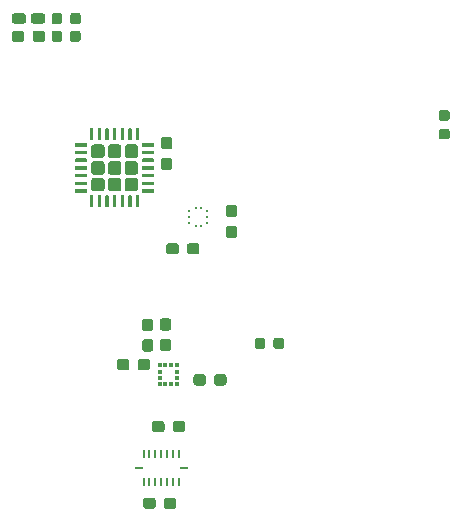
<source format=gbr>
G04 #@! TF.GenerationSoftware,KiCad,Pcbnew,5.1.5+dfsg1-2build2*
G04 #@! TF.CreationDate,2021-10-17T19:15:36+01:00*
G04 #@! TF.ProjectId,flight-controller,666c6967-6874-42d6-936f-6e74726f6c6c,rev?*
G04 #@! TF.SameCoordinates,Original*
G04 #@! TF.FileFunction,Paste,Top*
G04 #@! TF.FilePolarity,Positive*
%FSLAX46Y46*%
G04 Gerber Fmt 4.6, Leading zero omitted, Abs format (unit mm)*
G04 Created by KiCad (PCBNEW 5.1.5+dfsg1-2build2) date 2021-10-17 19:15:36*
%MOMM*%
%LPD*%
G04 APERTURE LIST*
%ADD10C,0.100000*%
%ADD11R,0.275000X0.250000*%
%ADD12R,0.250000X0.275000*%
%ADD13R,0.675000X0.250000*%
%ADD14R,0.250000X0.675000*%
%ADD15R,0.400000X0.400000*%
G04 APERTURE END LIST*
D10*
G36*
X98285779Y-52626144D02*
G01*
X98308834Y-52629563D01*
X98331443Y-52635227D01*
X98353387Y-52643079D01*
X98374457Y-52653044D01*
X98394448Y-52665026D01*
X98413168Y-52678910D01*
X98430438Y-52694562D01*
X98446090Y-52711832D01*
X98459974Y-52730552D01*
X98471956Y-52750543D01*
X98481921Y-52771613D01*
X98489773Y-52793557D01*
X98495437Y-52816166D01*
X98498856Y-52839221D01*
X98500000Y-52862500D01*
X98500000Y-53337500D01*
X98498856Y-53360779D01*
X98495437Y-53383834D01*
X98489773Y-53406443D01*
X98481921Y-53428387D01*
X98471956Y-53449457D01*
X98459974Y-53469448D01*
X98446090Y-53488168D01*
X98430438Y-53505438D01*
X98413168Y-53521090D01*
X98394448Y-53534974D01*
X98374457Y-53546956D01*
X98353387Y-53556921D01*
X98331443Y-53564773D01*
X98308834Y-53570437D01*
X98285779Y-53573856D01*
X98262500Y-53575000D01*
X97687500Y-53575000D01*
X97664221Y-53573856D01*
X97641166Y-53570437D01*
X97618557Y-53564773D01*
X97596613Y-53556921D01*
X97575543Y-53546956D01*
X97555552Y-53534974D01*
X97536832Y-53521090D01*
X97519562Y-53505438D01*
X97503910Y-53488168D01*
X97490026Y-53469448D01*
X97478044Y-53449457D01*
X97468079Y-53428387D01*
X97460227Y-53406443D01*
X97454563Y-53383834D01*
X97451144Y-53360779D01*
X97450000Y-53337500D01*
X97450000Y-52862500D01*
X97451144Y-52839221D01*
X97454563Y-52816166D01*
X97460227Y-52793557D01*
X97468079Y-52771613D01*
X97478044Y-52750543D01*
X97490026Y-52730552D01*
X97503910Y-52711832D01*
X97519562Y-52694562D01*
X97536832Y-52678910D01*
X97555552Y-52665026D01*
X97575543Y-52653044D01*
X97596613Y-52643079D01*
X97618557Y-52635227D01*
X97641166Y-52629563D01*
X97664221Y-52626144D01*
X97687500Y-52625000D01*
X98262500Y-52625000D01*
X98285779Y-52626144D01*
G37*
G36*
X96535779Y-52626144D02*
G01*
X96558834Y-52629563D01*
X96581443Y-52635227D01*
X96603387Y-52643079D01*
X96624457Y-52653044D01*
X96644448Y-52665026D01*
X96663168Y-52678910D01*
X96680438Y-52694562D01*
X96696090Y-52711832D01*
X96709974Y-52730552D01*
X96721956Y-52750543D01*
X96731921Y-52771613D01*
X96739773Y-52793557D01*
X96745437Y-52816166D01*
X96748856Y-52839221D01*
X96750000Y-52862500D01*
X96750000Y-53337500D01*
X96748856Y-53360779D01*
X96745437Y-53383834D01*
X96739773Y-53406443D01*
X96731921Y-53428387D01*
X96721956Y-53449457D01*
X96709974Y-53469448D01*
X96696090Y-53488168D01*
X96680438Y-53505438D01*
X96663168Y-53521090D01*
X96644448Y-53534974D01*
X96624457Y-53546956D01*
X96603387Y-53556921D01*
X96581443Y-53564773D01*
X96558834Y-53570437D01*
X96535779Y-53573856D01*
X96512500Y-53575000D01*
X95937500Y-53575000D01*
X95914221Y-53573856D01*
X95891166Y-53570437D01*
X95868557Y-53564773D01*
X95846613Y-53556921D01*
X95825543Y-53546956D01*
X95805552Y-53534974D01*
X95786832Y-53521090D01*
X95769562Y-53505438D01*
X95753910Y-53488168D01*
X95740026Y-53469448D01*
X95728044Y-53449457D01*
X95718079Y-53428387D01*
X95710227Y-53406443D01*
X95704563Y-53383834D01*
X95701144Y-53360779D01*
X95700000Y-53337500D01*
X95700000Y-52862500D01*
X95701144Y-52839221D01*
X95704563Y-52816166D01*
X95710227Y-52793557D01*
X95718079Y-52771613D01*
X95728044Y-52750543D01*
X95740026Y-52730552D01*
X95753910Y-52711832D01*
X95769562Y-52694562D01*
X95786832Y-52678910D01*
X95805552Y-52665026D01*
X95825543Y-52653044D01*
X95846613Y-52643079D01*
X95868557Y-52635227D01*
X95891166Y-52629563D01*
X95914221Y-52626144D01*
X95937500Y-52625000D01*
X96512500Y-52625000D01*
X96535779Y-52626144D01*
G37*
G36*
X98333329Y-51176023D02*
G01*
X98353957Y-51179083D01*
X98374185Y-51184150D01*
X98393820Y-51191176D01*
X98412672Y-51200092D01*
X98430559Y-51210813D01*
X98447309Y-51223235D01*
X98462760Y-51237240D01*
X98476765Y-51252691D01*
X98489187Y-51269441D01*
X98499908Y-51287328D01*
X98508824Y-51306180D01*
X98515850Y-51325815D01*
X98520917Y-51346043D01*
X98523977Y-51366671D01*
X98525000Y-51387500D01*
X98525000Y-51812500D01*
X98523977Y-51833329D01*
X98520917Y-51853957D01*
X98515850Y-51874185D01*
X98508824Y-51893820D01*
X98499908Y-51912672D01*
X98489187Y-51930559D01*
X98476765Y-51947309D01*
X98462760Y-51962760D01*
X98447309Y-51976765D01*
X98430559Y-51989187D01*
X98412672Y-51999908D01*
X98393820Y-52008824D01*
X98374185Y-52015850D01*
X98353957Y-52020917D01*
X98333329Y-52023977D01*
X98312500Y-52025000D01*
X97512500Y-52025000D01*
X97491671Y-52023977D01*
X97471043Y-52020917D01*
X97450815Y-52015850D01*
X97431180Y-52008824D01*
X97412328Y-51999908D01*
X97394441Y-51989187D01*
X97377691Y-51976765D01*
X97362240Y-51962760D01*
X97348235Y-51947309D01*
X97335813Y-51930559D01*
X97325092Y-51912672D01*
X97316176Y-51893820D01*
X97309150Y-51874185D01*
X97304083Y-51853957D01*
X97301023Y-51833329D01*
X97300000Y-51812500D01*
X97300000Y-51387500D01*
X97301023Y-51366671D01*
X97304083Y-51346043D01*
X97309150Y-51325815D01*
X97316176Y-51306180D01*
X97325092Y-51287328D01*
X97335813Y-51269441D01*
X97348235Y-51252691D01*
X97362240Y-51237240D01*
X97377691Y-51223235D01*
X97394441Y-51210813D01*
X97412328Y-51200092D01*
X97431180Y-51191176D01*
X97450815Y-51184150D01*
X97471043Y-51179083D01*
X97491671Y-51176023D01*
X97512500Y-51175000D01*
X98312500Y-51175000D01*
X98333329Y-51176023D01*
G37*
G36*
X96708329Y-51176023D02*
G01*
X96728957Y-51179083D01*
X96749185Y-51184150D01*
X96768820Y-51191176D01*
X96787672Y-51200092D01*
X96805559Y-51210813D01*
X96822309Y-51223235D01*
X96837760Y-51237240D01*
X96851765Y-51252691D01*
X96864187Y-51269441D01*
X96874908Y-51287328D01*
X96883824Y-51306180D01*
X96890850Y-51325815D01*
X96895917Y-51346043D01*
X96898977Y-51366671D01*
X96900000Y-51387500D01*
X96900000Y-51812500D01*
X96898977Y-51833329D01*
X96895917Y-51853957D01*
X96890850Y-51874185D01*
X96883824Y-51893820D01*
X96874908Y-51912672D01*
X96864187Y-51930559D01*
X96851765Y-51947309D01*
X96837760Y-51962760D01*
X96822309Y-51976765D01*
X96805559Y-51989187D01*
X96787672Y-51999908D01*
X96768820Y-52008824D01*
X96749185Y-52015850D01*
X96728957Y-52020917D01*
X96708329Y-52023977D01*
X96687500Y-52025000D01*
X95887500Y-52025000D01*
X95866671Y-52023977D01*
X95846043Y-52020917D01*
X95825815Y-52015850D01*
X95806180Y-52008824D01*
X95787328Y-51999908D01*
X95769441Y-51989187D01*
X95752691Y-51976765D01*
X95737240Y-51962760D01*
X95723235Y-51947309D01*
X95710813Y-51930559D01*
X95700092Y-51912672D01*
X95691176Y-51893820D01*
X95684150Y-51874185D01*
X95679083Y-51853957D01*
X95676023Y-51833329D01*
X95675000Y-51812500D01*
X95675000Y-51387500D01*
X95676023Y-51366671D01*
X95679083Y-51346043D01*
X95684150Y-51325815D01*
X95691176Y-51306180D01*
X95700092Y-51287328D01*
X95710813Y-51269441D01*
X95723235Y-51252691D01*
X95737240Y-51237240D01*
X95752691Y-51223235D01*
X95769441Y-51210813D01*
X95787328Y-51200092D01*
X95806180Y-51191176D01*
X95825815Y-51184150D01*
X95846043Y-51179083D01*
X95866671Y-51176023D01*
X95887500Y-51175000D01*
X96687500Y-51175000D01*
X96708329Y-51176023D01*
G37*
G36*
X107682351Y-62150361D02*
G01*
X107689632Y-62151441D01*
X107696771Y-62153229D01*
X107703701Y-62155709D01*
X107710355Y-62158856D01*
X107716668Y-62162640D01*
X107722579Y-62167024D01*
X107728033Y-62171967D01*
X107732976Y-62177421D01*
X107737360Y-62183332D01*
X107741144Y-62189645D01*
X107744291Y-62196299D01*
X107746771Y-62203229D01*
X107748559Y-62210368D01*
X107749639Y-62217649D01*
X107750000Y-62225000D01*
X107750000Y-62375000D01*
X107749639Y-62382351D01*
X107748559Y-62389632D01*
X107746771Y-62396771D01*
X107744291Y-62403701D01*
X107741144Y-62410355D01*
X107737360Y-62416668D01*
X107732976Y-62422579D01*
X107728033Y-62428033D01*
X107722579Y-62432976D01*
X107716668Y-62437360D01*
X107710355Y-62441144D01*
X107703701Y-62444291D01*
X107696771Y-62446771D01*
X107689632Y-62448559D01*
X107682351Y-62449639D01*
X107675000Y-62450000D01*
X106800000Y-62450000D01*
X106792649Y-62449639D01*
X106785368Y-62448559D01*
X106778229Y-62446771D01*
X106771299Y-62444291D01*
X106764645Y-62441144D01*
X106758332Y-62437360D01*
X106752421Y-62432976D01*
X106746967Y-62428033D01*
X106742024Y-62422579D01*
X106737640Y-62416668D01*
X106733856Y-62410355D01*
X106730709Y-62403701D01*
X106728229Y-62396771D01*
X106726441Y-62389632D01*
X106725361Y-62382351D01*
X106725000Y-62375000D01*
X106725000Y-62225000D01*
X106725361Y-62217649D01*
X106726441Y-62210368D01*
X106728229Y-62203229D01*
X106730709Y-62196299D01*
X106733856Y-62189645D01*
X106737640Y-62183332D01*
X106742024Y-62177421D01*
X106746967Y-62171967D01*
X106752421Y-62167024D01*
X106758332Y-62162640D01*
X106764645Y-62158856D01*
X106771299Y-62155709D01*
X106778229Y-62153229D01*
X106785368Y-62151441D01*
X106792649Y-62150361D01*
X106800000Y-62150000D01*
X107675000Y-62150000D01*
X107682351Y-62150361D01*
G37*
G36*
X107682351Y-62800361D02*
G01*
X107689632Y-62801441D01*
X107696771Y-62803229D01*
X107703701Y-62805709D01*
X107710355Y-62808856D01*
X107716668Y-62812640D01*
X107722579Y-62817024D01*
X107728033Y-62821967D01*
X107732976Y-62827421D01*
X107737360Y-62833332D01*
X107741144Y-62839645D01*
X107744291Y-62846299D01*
X107746771Y-62853229D01*
X107748559Y-62860368D01*
X107749639Y-62867649D01*
X107750000Y-62875000D01*
X107750000Y-63025000D01*
X107749639Y-63032351D01*
X107748559Y-63039632D01*
X107746771Y-63046771D01*
X107744291Y-63053701D01*
X107741144Y-63060355D01*
X107737360Y-63066668D01*
X107732976Y-63072579D01*
X107728033Y-63078033D01*
X107722579Y-63082976D01*
X107716668Y-63087360D01*
X107710355Y-63091144D01*
X107703701Y-63094291D01*
X107696771Y-63096771D01*
X107689632Y-63098559D01*
X107682351Y-63099639D01*
X107675000Y-63100000D01*
X106800000Y-63100000D01*
X106792649Y-63099639D01*
X106785368Y-63098559D01*
X106778229Y-63096771D01*
X106771299Y-63094291D01*
X106764645Y-63091144D01*
X106758332Y-63087360D01*
X106752421Y-63082976D01*
X106746967Y-63078033D01*
X106742024Y-63072579D01*
X106737640Y-63066668D01*
X106733856Y-63060355D01*
X106730709Y-63053701D01*
X106728229Y-63046771D01*
X106726441Y-63039632D01*
X106725361Y-63032351D01*
X106725000Y-63025000D01*
X106725000Y-62875000D01*
X106725361Y-62867649D01*
X106726441Y-62860368D01*
X106728229Y-62853229D01*
X106730709Y-62846299D01*
X106733856Y-62839645D01*
X106737640Y-62833332D01*
X106742024Y-62827421D01*
X106746967Y-62821967D01*
X106752421Y-62817024D01*
X106758332Y-62812640D01*
X106764645Y-62808856D01*
X106771299Y-62805709D01*
X106778229Y-62803229D01*
X106785368Y-62801441D01*
X106792649Y-62800361D01*
X106800000Y-62800000D01*
X107675000Y-62800000D01*
X107682351Y-62800361D01*
G37*
G36*
X107682351Y-63450361D02*
G01*
X107689632Y-63451441D01*
X107696771Y-63453229D01*
X107703701Y-63455709D01*
X107710355Y-63458856D01*
X107716668Y-63462640D01*
X107722579Y-63467024D01*
X107728033Y-63471967D01*
X107732976Y-63477421D01*
X107737360Y-63483332D01*
X107741144Y-63489645D01*
X107744291Y-63496299D01*
X107746771Y-63503229D01*
X107748559Y-63510368D01*
X107749639Y-63517649D01*
X107750000Y-63525000D01*
X107750000Y-63675000D01*
X107749639Y-63682351D01*
X107748559Y-63689632D01*
X107746771Y-63696771D01*
X107744291Y-63703701D01*
X107741144Y-63710355D01*
X107737360Y-63716668D01*
X107732976Y-63722579D01*
X107728033Y-63728033D01*
X107722579Y-63732976D01*
X107716668Y-63737360D01*
X107710355Y-63741144D01*
X107703701Y-63744291D01*
X107696771Y-63746771D01*
X107689632Y-63748559D01*
X107682351Y-63749639D01*
X107675000Y-63750000D01*
X106800000Y-63750000D01*
X106792649Y-63749639D01*
X106785368Y-63748559D01*
X106778229Y-63746771D01*
X106771299Y-63744291D01*
X106764645Y-63741144D01*
X106758332Y-63737360D01*
X106752421Y-63732976D01*
X106746967Y-63728033D01*
X106742024Y-63722579D01*
X106737640Y-63716668D01*
X106733856Y-63710355D01*
X106730709Y-63703701D01*
X106728229Y-63696771D01*
X106726441Y-63689632D01*
X106725361Y-63682351D01*
X106725000Y-63675000D01*
X106725000Y-63525000D01*
X106725361Y-63517649D01*
X106726441Y-63510368D01*
X106728229Y-63503229D01*
X106730709Y-63496299D01*
X106733856Y-63489645D01*
X106737640Y-63483332D01*
X106742024Y-63477421D01*
X106746967Y-63471967D01*
X106752421Y-63467024D01*
X106758332Y-63462640D01*
X106764645Y-63458856D01*
X106771299Y-63455709D01*
X106778229Y-63453229D01*
X106785368Y-63451441D01*
X106792649Y-63450361D01*
X106800000Y-63450000D01*
X107675000Y-63450000D01*
X107682351Y-63450361D01*
G37*
G36*
X107682351Y-64100361D02*
G01*
X107689632Y-64101441D01*
X107696771Y-64103229D01*
X107703701Y-64105709D01*
X107710355Y-64108856D01*
X107716668Y-64112640D01*
X107722579Y-64117024D01*
X107728033Y-64121967D01*
X107732976Y-64127421D01*
X107737360Y-64133332D01*
X107741144Y-64139645D01*
X107744291Y-64146299D01*
X107746771Y-64153229D01*
X107748559Y-64160368D01*
X107749639Y-64167649D01*
X107750000Y-64175000D01*
X107750000Y-64325000D01*
X107749639Y-64332351D01*
X107748559Y-64339632D01*
X107746771Y-64346771D01*
X107744291Y-64353701D01*
X107741144Y-64360355D01*
X107737360Y-64366668D01*
X107732976Y-64372579D01*
X107728033Y-64378033D01*
X107722579Y-64382976D01*
X107716668Y-64387360D01*
X107710355Y-64391144D01*
X107703701Y-64394291D01*
X107696771Y-64396771D01*
X107689632Y-64398559D01*
X107682351Y-64399639D01*
X107675000Y-64400000D01*
X106800000Y-64400000D01*
X106792649Y-64399639D01*
X106785368Y-64398559D01*
X106778229Y-64396771D01*
X106771299Y-64394291D01*
X106764645Y-64391144D01*
X106758332Y-64387360D01*
X106752421Y-64382976D01*
X106746967Y-64378033D01*
X106742024Y-64372579D01*
X106737640Y-64366668D01*
X106733856Y-64360355D01*
X106730709Y-64353701D01*
X106728229Y-64346771D01*
X106726441Y-64339632D01*
X106725361Y-64332351D01*
X106725000Y-64325000D01*
X106725000Y-64175000D01*
X106725361Y-64167649D01*
X106726441Y-64160368D01*
X106728229Y-64153229D01*
X106730709Y-64146299D01*
X106733856Y-64139645D01*
X106737640Y-64133332D01*
X106742024Y-64127421D01*
X106746967Y-64121967D01*
X106752421Y-64117024D01*
X106758332Y-64112640D01*
X106764645Y-64108856D01*
X106771299Y-64105709D01*
X106778229Y-64103229D01*
X106785368Y-64101441D01*
X106792649Y-64100361D01*
X106800000Y-64100000D01*
X107675000Y-64100000D01*
X107682351Y-64100361D01*
G37*
G36*
X107682351Y-64750361D02*
G01*
X107689632Y-64751441D01*
X107696771Y-64753229D01*
X107703701Y-64755709D01*
X107710355Y-64758856D01*
X107716668Y-64762640D01*
X107722579Y-64767024D01*
X107728033Y-64771967D01*
X107732976Y-64777421D01*
X107737360Y-64783332D01*
X107741144Y-64789645D01*
X107744291Y-64796299D01*
X107746771Y-64803229D01*
X107748559Y-64810368D01*
X107749639Y-64817649D01*
X107750000Y-64825000D01*
X107750000Y-64975000D01*
X107749639Y-64982351D01*
X107748559Y-64989632D01*
X107746771Y-64996771D01*
X107744291Y-65003701D01*
X107741144Y-65010355D01*
X107737360Y-65016668D01*
X107732976Y-65022579D01*
X107728033Y-65028033D01*
X107722579Y-65032976D01*
X107716668Y-65037360D01*
X107710355Y-65041144D01*
X107703701Y-65044291D01*
X107696771Y-65046771D01*
X107689632Y-65048559D01*
X107682351Y-65049639D01*
X107675000Y-65050000D01*
X106800000Y-65050000D01*
X106792649Y-65049639D01*
X106785368Y-65048559D01*
X106778229Y-65046771D01*
X106771299Y-65044291D01*
X106764645Y-65041144D01*
X106758332Y-65037360D01*
X106752421Y-65032976D01*
X106746967Y-65028033D01*
X106742024Y-65022579D01*
X106737640Y-65016668D01*
X106733856Y-65010355D01*
X106730709Y-65003701D01*
X106728229Y-64996771D01*
X106726441Y-64989632D01*
X106725361Y-64982351D01*
X106725000Y-64975000D01*
X106725000Y-64825000D01*
X106725361Y-64817649D01*
X106726441Y-64810368D01*
X106728229Y-64803229D01*
X106730709Y-64796299D01*
X106733856Y-64789645D01*
X106737640Y-64783332D01*
X106742024Y-64777421D01*
X106746967Y-64771967D01*
X106752421Y-64767024D01*
X106758332Y-64762640D01*
X106764645Y-64758856D01*
X106771299Y-64755709D01*
X106778229Y-64753229D01*
X106785368Y-64751441D01*
X106792649Y-64750361D01*
X106800000Y-64750000D01*
X107675000Y-64750000D01*
X107682351Y-64750361D01*
G37*
G36*
X107682351Y-65400361D02*
G01*
X107689632Y-65401441D01*
X107696771Y-65403229D01*
X107703701Y-65405709D01*
X107710355Y-65408856D01*
X107716668Y-65412640D01*
X107722579Y-65417024D01*
X107728033Y-65421967D01*
X107732976Y-65427421D01*
X107737360Y-65433332D01*
X107741144Y-65439645D01*
X107744291Y-65446299D01*
X107746771Y-65453229D01*
X107748559Y-65460368D01*
X107749639Y-65467649D01*
X107750000Y-65475000D01*
X107750000Y-65625000D01*
X107749639Y-65632351D01*
X107748559Y-65639632D01*
X107746771Y-65646771D01*
X107744291Y-65653701D01*
X107741144Y-65660355D01*
X107737360Y-65666668D01*
X107732976Y-65672579D01*
X107728033Y-65678033D01*
X107722579Y-65682976D01*
X107716668Y-65687360D01*
X107710355Y-65691144D01*
X107703701Y-65694291D01*
X107696771Y-65696771D01*
X107689632Y-65698559D01*
X107682351Y-65699639D01*
X107675000Y-65700000D01*
X106800000Y-65700000D01*
X106792649Y-65699639D01*
X106785368Y-65698559D01*
X106778229Y-65696771D01*
X106771299Y-65694291D01*
X106764645Y-65691144D01*
X106758332Y-65687360D01*
X106752421Y-65682976D01*
X106746967Y-65678033D01*
X106742024Y-65672579D01*
X106737640Y-65666668D01*
X106733856Y-65660355D01*
X106730709Y-65653701D01*
X106728229Y-65646771D01*
X106726441Y-65639632D01*
X106725361Y-65632351D01*
X106725000Y-65625000D01*
X106725000Y-65475000D01*
X106725361Y-65467649D01*
X106726441Y-65460368D01*
X106728229Y-65453229D01*
X106730709Y-65446299D01*
X106733856Y-65439645D01*
X106737640Y-65433332D01*
X106742024Y-65427421D01*
X106746967Y-65421967D01*
X106752421Y-65417024D01*
X106758332Y-65412640D01*
X106764645Y-65408856D01*
X106771299Y-65405709D01*
X106778229Y-65403229D01*
X106785368Y-65401441D01*
X106792649Y-65400361D01*
X106800000Y-65400000D01*
X107675000Y-65400000D01*
X107682351Y-65400361D01*
G37*
G36*
X107682351Y-66050361D02*
G01*
X107689632Y-66051441D01*
X107696771Y-66053229D01*
X107703701Y-66055709D01*
X107710355Y-66058856D01*
X107716668Y-66062640D01*
X107722579Y-66067024D01*
X107728033Y-66071967D01*
X107732976Y-66077421D01*
X107737360Y-66083332D01*
X107741144Y-66089645D01*
X107744291Y-66096299D01*
X107746771Y-66103229D01*
X107748559Y-66110368D01*
X107749639Y-66117649D01*
X107750000Y-66125000D01*
X107750000Y-66275000D01*
X107749639Y-66282351D01*
X107748559Y-66289632D01*
X107746771Y-66296771D01*
X107744291Y-66303701D01*
X107741144Y-66310355D01*
X107737360Y-66316668D01*
X107732976Y-66322579D01*
X107728033Y-66328033D01*
X107722579Y-66332976D01*
X107716668Y-66337360D01*
X107710355Y-66341144D01*
X107703701Y-66344291D01*
X107696771Y-66346771D01*
X107689632Y-66348559D01*
X107682351Y-66349639D01*
X107675000Y-66350000D01*
X106800000Y-66350000D01*
X106792649Y-66349639D01*
X106785368Y-66348559D01*
X106778229Y-66346771D01*
X106771299Y-66344291D01*
X106764645Y-66341144D01*
X106758332Y-66337360D01*
X106752421Y-66332976D01*
X106746967Y-66328033D01*
X106742024Y-66322579D01*
X106737640Y-66316668D01*
X106733856Y-66310355D01*
X106730709Y-66303701D01*
X106728229Y-66296771D01*
X106726441Y-66289632D01*
X106725361Y-66282351D01*
X106725000Y-66275000D01*
X106725000Y-66125000D01*
X106725361Y-66117649D01*
X106726441Y-66110368D01*
X106728229Y-66103229D01*
X106730709Y-66096299D01*
X106733856Y-66089645D01*
X106737640Y-66083332D01*
X106742024Y-66077421D01*
X106746967Y-66071967D01*
X106752421Y-66067024D01*
X106758332Y-66062640D01*
X106764645Y-66058856D01*
X106771299Y-66055709D01*
X106778229Y-66053229D01*
X106785368Y-66051441D01*
X106792649Y-66050361D01*
X106800000Y-66050000D01*
X107675000Y-66050000D01*
X107682351Y-66050361D01*
G37*
G36*
X106432351Y-66575361D02*
G01*
X106439632Y-66576441D01*
X106446771Y-66578229D01*
X106453701Y-66580709D01*
X106460355Y-66583856D01*
X106466668Y-66587640D01*
X106472579Y-66592024D01*
X106478033Y-66596967D01*
X106482976Y-66602421D01*
X106487360Y-66608332D01*
X106491144Y-66614645D01*
X106494291Y-66621299D01*
X106496771Y-66628229D01*
X106498559Y-66635368D01*
X106499639Y-66642649D01*
X106500000Y-66650000D01*
X106500000Y-67525000D01*
X106499639Y-67532351D01*
X106498559Y-67539632D01*
X106496771Y-67546771D01*
X106494291Y-67553701D01*
X106491144Y-67560355D01*
X106487360Y-67566668D01*
X106482976Y-67572579D01*
X106478033Y-67578033D01*
X106472579Y-67582976D01*
X106466668Y-67587360D01*
X106460355Y-67591144D01*
X106453701Y-67594291D01*
X106446771Y-67596771D01*
X106439632Y-67598559D01*
X106432351Y-67599639D01*
X106425000Y-67600000D01*
X106275000Y-67600000D01*
X106267649Y-67599639D01*
X106260368Y-67598559D01*
X106253229Y-67596771D01*
X106246299Y-67594291D01*
X106239645Y-67591144D01*
X106233332Y-67587360D01*
X106227421Y-67582976D01*
X106221967Y-67578033D01*
X106217024Y-67572579D01*
X106212640Y-67566668D01*
X106208856Y-67560355D01*
X106205709Y-67553701D01*
X106203229Y-67546771D01*
X106201441Y-67539632D01*
X106200361Y-67532351D01*
X106200000Y-67525000D01*
X106200000Y-66650000D01*
X106200361Y-66642649D01*
X106201441Y-66635368D01*
X106203229Y-66628229D01*
X106205709Y-66621299D01*
X106208856Y-66614645D01*
X106212640Y-66608332D01*
X106217024Y-66602421D01*
X106221967Y-66596967D01*
X106227421Y-66592024D01*
X106233332Y-66587640D01*
X106239645Y-66583856D01*
X106246299Y-66580709D01*
X106253229Y-66578229D01*
X106260368Y-66576441D01*
X106267649Y-66575361D01*
X106275000Y-66575000D01*
X106425000Y-66575000D01*
X106432351Y-66575361D01*
G37*
G36*
X105782351Y-66575361D02*
G01*
X105789632Y-66576441D01*
X105796771Y-66578229D01*
X105803701Y-66580709D01*
X105810355Y-66583856D01*
X105816668Y-66587640D01*
X105822579Y-66592024D01*
X105828033Y-66596967D01*
X105832976Y-66602421D01*
X105837360Y-66608332D01*
X105841144Y-66614645D01*
X105844291Y-66621299D01*
X105846771Y-66628229D01*
X105848559Y-66635368D01*
X105849639Y-66642649D01*
X105850000Y-66650000D01*
X105850000Y-67525000D01*
X105849639Y-67532351D01*
X105848559Y-67539632D01*
X105846771Y-67546771D01*
X105844291Y-67553701D01*
X105841144Y-67560355D01*
X105837360Y-67566668D01*
X105832976Y-67572579D01*
X105828033Y-67578033D01*
X105822579Y-67582976D01*
X105816668Y-67587360D01*
X105810355Y-67591144D01*
X105803701Y-67594291D01*
X105796771Y-67596771D01*
X105789632Y-67598559D01*
X105782351Y-67599639D01*
X105775000Y-67600000D01*
X105625000Y-67600000D01*
X105617649Y-67599639D01*
X105610368Y-67598559D01*
X105603229Y-67596771D01*
X105596299Y-67594291D01*
X105589645Y-67591144D01*
X105583332Y-67587360D01*
X105577421Y-67582976D01*
X105571967Y-67578033D01*
X105567024Y-67572579D01*
X105562640Y-67566668D01*
X105558856Y-67560355D01*
X105555709Y-67553701D01*
X105553229Y-67546771D01*
X105551441Y-67539632D01*
X105550361Y-67532351D01*
X105550000Y-67525000D01*
X105550000Y-66650000D01*
X105550361Y-66642649D01*
X105551441Y-66635368D01*
X105553229Y-66628229D01*
X105555709Y-66621299D01*
X105558856Y-66614645D01*
X105562640Y-66608332D01*
X105567024Y-66602421D01*
X105571967Y-66596967D01*
X105577421Y-66592024D01*
X105583332Y-66587640D01*
X105589645Y-66583856D01*
X105596299Y-66580709D01*
X105603229Y-66578229D01*
X105610368Y-66576441D01*
X105617649Y-66575361D01*
X105625000Y-66575000D01*
X105775000Y-66575000D01*
X105782351Y-66575361D01*
G37*
G36*
X105132351Y-66575361D02*
G01*
X105139632Y-66576441D01*
X105146771Y-66578229D01*
X105153701Y-66580709D01*
X105160355Y-66583856D01*
X105166668Y-66587640D01*
X105172579Y-66592024D01*
X105178033Y-66596967D01*
X105182976Y-66602421D01*
X105187360Y-66608332D01*
X105191144Y-66614645D01*
X105194291Y-66621299D01*
X105196771Y-66628229D01*
X105198559Y-66635368D01*
X105199639Y-66642649D01*
X105200000Y-66650000D01*
X105200000Y-67525000D01*
X105199639Y-67532351D01*
X105198559Y-67539632D01*
X105196771Y-67546771D01*
X105194291Y-67553701D01*
X105191144Y-67560355D01*
X105187360Y-67566668D01*
X105182976Y-67572579D01*
X105178033Y-67578033D01*
X105172579Y-67582976D01*
X105166668Y-67587360D01*
X105160355Y-67591144D01*
X105153701Y-67594291D01*
X105146771Y-67596771D01*
X105139632Y-67598559D01*
X105132351Y-67599639D01*
X105125000Y-67600000D01*
X104975000Y-67600000D01*
X104967649Y-67599639D01*
X104960368Y-67598559D01*
X104953229Y-67596771D01*
X104946299Y-67594291D01*
X104939645Y-67591144D01*
X104933332Y-67587360D01*
X104927421Y-67582976D01*
X104921967Y-67578033D01*
X104917024Y-67572579D01*
X104912640Y-67566668D01*
X104908856Y-67560355D01*
X104905709Y-67553701D01*
X104903229Y-67546771D01*
X104901441Y-67539632D01*
X104900361Y-67532351D01*
X104900000Y-67525000D01*
X104900000Y-66650000D01*
X104900361Y-66642649D01*
X104901441Y-66635368D01*
X104903229Y-66628229D01*
X104905709Y-66621299D01*
X104908856Y-66614645D01*
X104912640Y-66608332D01*
X104917024Y-66602421D01*
X104921967Y-66596967D01*
X104927421Y-66592024D01*
X104933332Y-66587640D01*
X104939645Y-66583856D01*
X104946299Y-66580709D01*
X104953229Y-66578229D01*
X104960368Y-66576441D01*
X104967649Y-66575361D01*
X104975000Y-66575000D01*
X105125000Y-66575000D01*
X105132351Y-66575361D01*
G37*
G36*
X104482351Y-66575361D02*
G01*
X104489632Y-66576441D01*
X104496771Y-66578229D01*
X104503701Y-66580709D01*
X104510355Y-66583856D01*
X104516668Y-66587640D01*
X104522579Y-66592024D01*
X104528033Y-66596967D01*
X104532976Y-66602421D01*
X104537360Y-66608332D01*
X104541144Y-66614645D01*
X104544291Y-66621299D01*
X104546771Y-66628229D01*
X104548559Y-66635368D01*
X104549639Y-66642649D01*
X104550000Y-66650000D01*
X104550000Y-67525000D01*
X104549639Y-67532351D01*
X104548559Y-67539632D01*
X104546771Y-67546771D01*
X104544291Y-67553701D01*
X104541144Y-67560355D01*
X104537360Y-67566668D01*
X104532976Y-67572579D01*
X104528033Y-67578033D01*
X104522579Y-67582976D01*
X104516668Y-67587360D01*
X104510355Y-67591144D01*
X104503701Y-67594291D01*
X104496771Y-67596771D01*
X104489632Y-67598559D01*
X104482351Y-67599639D01*
X104475000Y-67600000D01*
X104325000Y-67600000D01*
X104317649Y-67599639D01*
X104310368Y-67598559D01*
X104303229Y-67596771D01*
X104296299Y-67594291D01*
X104289645Y-67591144D01*
X104283332Y-67587360D01*
X104277421Y-67582976D01*
X104271967Y-67578033D01*
X104267024Y-67572579D01*
X104262640Y-67566668D01*
X104258856Y-67560355D01*
X104255709Y-67553701D01*
X104253229Y-67546771D01*
X104251441Y-67539632D01*
X104250361Y-67532351D01*
X104250000Y-67525000D01*
X104250000Y-66650000D01*
X104250361Y-66642649D01*
X104251441Y-66635368D01*
X104253229Y-66628229D01*
X104255709Y-66621299D01*
X104258856Y-66614645D01*
X104262640Y-66608332D01*
X104267024Y-66602421D01*
X104271967Y-66596967D01*
X104277421Y-66592024D01*
X104283332Y-66587640D01*
X104289645Y-66583856D01*
X104296299Y-66580709D01*
X104303229Y-66578229D01*
X104310368Y-66576441D01*
X104317649Y-66575361D01*
X104325000Y-66575000D01*
X104475000Y-66575000D01*
X104482351Y-66575361D01*
G37*
G36*
X103832351Y-66575361D02*
G01*
X103839632Y-66576441D01*
X103846771Y-66578229D01*
X103853701Y-66580709D01*
X103860355Y-66583856D01*
X103866668Y-66587640D01*
X103872579Y-66592024D01*
X103878033Y-66596967D01*
X103882976Y-66602421D01*
X103887360Y-66608332D01*
X103891144Y-66614645D01*
X103894291Y-66621299D01*
X103896771Y-66628229D01*
X103898559Y-66635368D01*
X103899639Y-66642649D01*
X103900000Y-66650000D01*
X103900000Y-67525000D01*
X103899639Y-67532351D01*
X103898559Y-67539632D01*
X103896771Y-67546771D01*
X103894291Y-67553701D01*
X103891144Y-67560355D01*
X103887360Y-67566668D01*
X103882976Y-67572579D01*
X103878033Y-67578033D01*
X103872579Y-67582976D01*
X103866668Y-67587360D01*
X103860355Y-67591144D01*
X103853701Y-67594291D01*
X103846771Y-67596771D01*
X103839632Y-67598559D01*
X103832351Y-67599639D01*
X103825000Y-67600000D01*
X103675000Y-67600000D01*
X103667649Y-67599639D01*
X103660368Y-67598559D01*
X103653229Y-67596771D01*
X103646299Y-67594291D01*
X103639645Y-67591144D01*
X103633332Y-67587360D01*
X103627421Y-67582976D01*
X103621967Y-67578033D01*
X103617024Y-67572579D01*
X103612640Y-67566668D01*
X103608856Y-67560355D01*
X103605709Y-67553701D01*
X103603229Y-67546771D01*
X103601441Y-67539632D01*
X103600361Y-67532351D01*
X103600000Y-67525000D01*
X103600000Y-66650000D01*
X103600361Y-66642649D01*
X103601441Y-66635368D01*
X103603229Y-66628229D01*
X103605709Y-66621299D01*
X103608856Y-66614645D01*
X103612640Y-66608332D01*
X103617024Y-66602421D01*
X103621967Y-66596967D01*
X103627421Y-66592024D01*
X103633332Y-66587640D01*
X103639645Y-66583856D01*
X103646299Y-66580709D01*
X103653229Y-66578229D01*
X103660368Y-66576441D01*
X103667649Y-66575361D01*
X103675000Y-66575000D01*
X103825000Y-66575000D01*
X103832351Y-66575361D01*
G37*
G36*
X103182351Y-66575361D02*
G01*
X103189632Y-66576441D01*
X103196771Y-66578229D01*
X103203701Y-66580709D01*
X103210355Y-66583856D01*
X103216668Y-66587640D01*
X103222579Y-66592024D01*
X103228033Y-66596967D01*
X103232976Y-66602421D01*
X103237360Y-66608332D01*
X103241144Y-66614645D01*
X103244291Y-66621299D01*
X103246771Y-66628229D01*
X103248559Y-66635368D01*
X103249639Y-66642649D01*
X103250000Y-66650000D01*
X103250000Y-67525000D01*
X103249639Y-67532351D01*
X103248559Y-67539632D01*
X103246771Y-67546771D01*
X103244291Y-67553701D01*
X103241144Y-67560355D01*
X103237360Y-67566668D01*
X103232976Y-67572579D01*
X103228033Y-67578033D01*
X103222579Y-67582976D01*
X103216668Y-67587360D01*
X103210355Y-67591144D01*
X103203701Y-67594291D01*
X103196771Y-67596771D01*
X103189632Y-67598559D01*
X103182351Y-67599639D01*
X103175000Y-67600000D01*
X103025000Y-67600000D01*
X103017649Y-67599639D01*
X103010368Y-67598559D01*
X103003229Y-67596771D01*
X102996299Y-67594291D01*
X102989645Y-67591144D01*
X102983332Y-67587360D01*
X102977421Y-67582976D01*
X102971967Y-67578033D01*
X102967024Y-67572579D01*
X102962640Y-67566668D01*
X102958856Y-67560355D01*
X102955709Y-67553701D01*
X102953229Y-67546771D01*
X102951441Y-67539632D01*
X102950361Y-67532351D01*
X102950000Y-67525000D01*
X102950000Y-66650000D01*
X102950361Y-66642649D01*
X102951441Y-66635368D01*
X102953229Y-66628229D01*
X102955709Y-66621299D01*
X102958856Y-66614645D01*
X102962640Y-66608332D01*
X102967024Y-66602421D01*
X102971967Y-66596967D01*
X102977421Y-66592024D01*
X102983332Y-66587640D01*
X102989645Y-66583856D01*
X102996299Y-66580709D01*
X103003229Y-66578229D01*
X103010368Y-66576441D01*
X103017649Y-66575361D01*
X103025000Y-66575000D01*
X103175000Y-66575000D01*
X103182351Y-66575361D01*
G37*
G36*
X102532351Y-66575361D02*
G01*
X102539632Y-66576441D01*
X102546771Y-66578229D01*
X102553701Y-66580709D01*
X102560355Y-66583856D01*
X102566668Y-66587640D01*
X102572579Y-66592024D01*
X102578033Y-66596967D01*
X102582976Y-66602421D01*
X102587360Y-66608332D01*
X102591144Y-66614645D01*
X102594291Y-66621299D01*
X102596771Y-66628229D01*
X102598559Y-66635368D01*
X102599639Y-66642649D01*
X102600000Y-66650000D01*
X102600000Y-67525000D01*
X102599639Y-67532351D01*
X102598559Y-67539632D01*
X102596771Y-67546771D01*
X102594291Y-67553701D01*
X102591144Y-67560355D01*
X102587360Y-67566668D01*
X102582976Y-67572579D01*
X102578033Y-67578033D01*
X102572579Y-67582976D01*
X102566668Y-67587360D01*
X102560355Y-67591144D01*
X102553701Y-67594291D01*
X102546771Y-67596771D01*
X102539632Y-67598559D01*
X102532351Y-67599639D01*
X102525000Y-67600000D01*
X102375000Y-67600000D01*
X102367649Y-67599639D01*
X102360368Y-67598559D01*
X102353229Y-67596771D01*
X102346299Y-67594291D01*
X102339645Y-67591144D01*
X102333332Y-67587360D01*
X102327421Y-67582976D01*
X102321967Y-67578033D01*
X102317024Y-67572579D01*
X102312640Y-67566668D01*
X102308856Y-67560355D01*
X102305709Y-67553701D01*
X102303229Y-67546771D01*
X102301441Y-67539632D01*
X102300361Y-67532351D01*
X102300000Y-67525000D01*
X102300000Y-66650000D01*
X102300361Y-66642649D01*
X102301441Y-66635368D01*
X102303229Y-66628229D01*
X102305709Y-66621299D01*
X102308856Y-66614645D01*
X102312640Y-66608332D01*
X102317024Y-66602421D01*
X102321967Y-66596967D01*
X102327421Y-66592024D01*
X102333332Y-66587640D01*
X102339645Y-66583856D01*
X102346299Y-66580709D01*
X102353229Y-66578229D01*
X102360368Y-66576441D01*
X102367649Y-66575361D01*
X102375000Y-66575000D01*
X102525000Y-66575000D01*
X102532351Y-66575361D01*
G37*
G36*
X102007351Y-66050361D02*
G01*
X102014632Y-66051441D01*
X102021771Y-66053229D01*
X102028701Y-66055709D01*
X102035355Y-66058856D01*
X102041668Y-66062640D01*
X102047579Y-66067024D01*
X102053033Y-66071967D01*
X102057976Y-66077421D01*
X102062360Y-66083332D01*
X102066144Y-66089645D01*
X102069291Y-66096299D01*
X102071771Y-66103229D01*
X102073559Y-66110368D01*
X102074639Y-66117649D01*
X102075000Y-66125000D01*
X102075000Y-66275000D01*
X102074639Y-66282351D01*
X102073559Y-66289632D01*
X102071771Y-66296771D01*
X102069291Y-66303701D01*
X102066144Y-66310355D01*
X102062360Y-66316668D01*
X102057976Y-66322579D01*
X102053033Y-66328033D01*
X102047579Y-66332976D01*
X102041668Y-66337360D01*
X102035355Y-66341144D01*
X102028701Y-66344291D01*
X102021771Y-66346771D01*
X102014632Y-66348559D01*
X102007351Y-66349639D01*
X102000000Y-66350000D01*
X101125000Y-66350000D01*
X101117649Y-66349639D01*
X101110368Y-66348559D01*
X101103229Y-66346771D01*
X101096299Y-66344291D01*
X101089645Y-66341144D01*
X101083332Y-66337360D01*
X101077421Y-66332976D01*
X101071967Y-66328033D01*
X101067024Y-66322579D01*
X101062640Y-66316668D01*
X101058856Y-66310355D01*
X101055709Y-66303701D01*
X101053229Y-66296771D01*
X101051441Y-66289632D01*
X101050361Y-66282351D01*
X101050000Y-66275000D01*
X101050000Y-66125000D01*
X101050361Y-66117649D01*
X101051441Y-66110368D01*
X101053229Y-66103229D01*
X101055709Y-66096299D01*
X101058856Y-66089645D01*
X101062640Y-66083332D01*
X101067024Y-66077421D01*
X101071967Y-66071967D01*
X101077421Y-66067024D01*
X101083332Y-66062640D01*
X101089645Y-66058856D01*
X101096299Y-66055709D01*
X101103229Y-66053229D01*
X101110368Y-66051441D01*
X101117649Y-66050361D01*
X101125000Y-66050000D01*
X102000000Y-66050000D01*
X102007351Y-66050361D01*
G37*
G36*
X102007351Y-65400361D02*
G01*
X102014632Y-65401441D01*
X102021771Y-65403229D01*
X102028701Y-65405709D01*
X102035355Y-65408856D01*
X102041668Y-65412640D01*
X102047579Y-65417024D01*
X102053033Y-65421967D01*
X102057976Y-65427421D01*
X102062360Y-65433332D01*
X102066144Y-65439645D01*
X102069291Y-65446299D01*
X102071771Y-65453229D01*
X102073559Y-65460368D01*
X102074639Y-65467649D01*
X102075000Y-65475000D01*
X102075000Y-65625000D01*
X102074639Y-65632351D01*
X102073559Y-65639632D01*
X102071771Y-65646771D01*
X102069291Y-65653701D01*
X102066144Y-65660355D01*
X102062360Y-65666668D01*
X102057976Y-65672579D01*
X102053033Y-65678033D01*
X102047579Y-65682976D01*
X102041668Y-65687360D01*
X102035355Y-65691144D01*
X102028701Y-65694291D01*
X102021771Y-65696771D01*
X102014632Y-65698559D01*
X102007351Y-65699639D01*
X102000000Y-65700000D01*
X101125000Y-65700000D01*
X101117649Y-65699639D01*
X101110368Y-65698559D01*
X101103229Y-65696771D01*
X101096299Y-65694291D01*
X101089645Y-65691144D01*
X101083332Y-65687360D01*
X101077421Y-65682976D01*
X101071967Y-65678033D01*
X101067024Y-65672579D01*
X101062640Y-65666668D01*
X101058856Y-65660355D01*
X101055709Y-65653701D01*
X101053229Y-65646771D01*
X101051441Y-65639632D01*
X101050361Y-65632351D01*
X101050000Y-65625000D01*
X101050000Y-65475000D01*
X101050361Y-65467649D01*
X101051441Y-65460368D01*
X101053229Y-65453229D01*
X101055709Y-65446299D01*
X101058856Y-65439645D01*
X101062640Y-65433332D01*
X101067024Y-65427421D01*
X101071967Y-65421967D01*
X101077421Y-65417024D01*
X101083332Y-65412640D01*
X101089645Y-65408856D01*
X101096299Y-65405709D01*
X101103229Y-65403229D01*
X101110368Y-65401441D01*
X101117649Y-65400361D01*
X101125000Y-65400000D01*
X102000000Y-65400000D01*
X102007351Y-65400361D01*
G37*
G36*
X102007351Y-64750361D02*
G01*
X102014632Y-64751441D01*
X102021771Y-64753229D01*
X102028701Y-64755709D01*
X102035355Y-64758856D01*
X102041668Y-64762640D01*
X102047579Y-64767024D01*
X102053033Y-64771967D01*
X102057976Y-64777421D01*
X102062360Y-64783332D01*
X102066144Y-64789645D01*
X102069291Y-64796299D01*
X102071771Y-64803229D01*
X102073559Y-64810368D01*
X102074639Y-64817649D01*
X102075000Y-64825000D01*
X102075000Y-64975000D01*
X102074639Y-64982351D01*
X102073559Y-64989632D01*
X102071771Y-64996771D01*
X102069291Y-65003701D01*
X102066144Y-65010355D01*
X102062360Y-65016668D01*
X102057976Y-65022579D01*
X102053033Y-65028033D01*
X102047579Y-65032976D01*
X102041668Y-65037360D01*
X102035355Y-65041144D01*
X102028701Y-65044291D01*
X102021771Y-65046771D01*
X102014632Y-65048559D01*
X102007351Y-65049639D01*
X102000000Y-65050000D01*
X101125000Y-65050000D01*
X101117649Y-65049639D01*
X101110368Y-65048559D01*
X101103229Y-65046771D01*
X101096299Y-65044291D01*
X101089645Y-65041144D01*
X101083332Y-65037360D01*
X101077421Y-65032976D01*
X101071967Y-65028033D01*
X101067024Y-65022579D01*
X101062640Y-65016668D01*
X101058856Y-65010355D01*
X101055709Y-65003701D01*
X101053229Y-64996771D01*
X101051441Y-64989632D01*
X101050361Y-64982351D01*
X101050000Y-64975000D01*
X101050000Y-64825000D01*
X101050361Y-64817649D01*
X101051441Y-64810368D01*
X101053229Y-64803229D01*
X101055709Y-64796299D01*
X101058856Y-64789645D01*
X101062640Y-64783332D01*
X101067024Y-64777421D01*
X101071967Y-64771967D01*
X101077421Y-64767024D01*
X101083332Y-64762640D01*
X101089645Y-64758856D01*
X101096299Y-64755709D01*
X101103229Y-64753229D01*
X101110368Y-64751441D01*
X101117649Y-64750361D01*
X101125000Y-64750000D01*
X102000000Y-64750000D01*
X102007351Y-64750361D01*
G37*
G36*
X102007351Y-64100361D02*
G01*
X102014632Y-64101441D01*
X102021771Y-64103229D01*
X102028701Y-64105709D01*
X102035355Y-64108856D01*
X102041668Y-64112640D01*
X102047579Y-64117024D01*
X102053033Y-64121967D01*
X102057976Y-64127421D01*
X102062360Y-64133332D01*
X102066144Y-64139645D01*
X102069291Y-64146299D01*
X102071771Y-64153229D01*
X102073559Y-64160368D01*
X102074639Y-64167649D01*
X102075000Y-64175000D01*
X102075000Y-64325000D01*
X102074639Y-64332351D01*
X102073559Y-64339632D01*
X102071771Y-64346771D01*
X102069291Y-64353701D01*
X102066144Y-64360355D01*
X102062360Y-64366668D01*
X102057976Y-64372579D01*
X102053033Y-64378033D01*
X102047579Y-64382976D01*
X102041668Y-64387360D01*
X102035355Y-64391144D01*
X102028701Y-64394291D01*
X102021771Y-64396771D01*
X102014632Y-64398559D01*
X102007351Y-64399639D01*
X102000000Y-64400000D01*
X101125000Y-64400000D01*
X101117649Y-64399639D01*
X101110368Y-64398559D01*
X101103229Y-64396771D01*
X101096299Y-64394291D01*
X101089645Y-64391144D01*
X101083332Y-64387360D01*
X101077421Y-64382976D01*
X101071967Y-64378033D01*
X101067024Y-64372579D01*
X101062640Y-64366668D01*
X101058856Y-64360355D01*
X101055709Y-64353701D01*
X101053229Y-64346771D01*
X101051441Y-64339632D01*
X101050361Y-64332351D01*
X101050000Y-64325000D01*
X101050000Y-64175000D01*
X101050361Y-64167649D01*
X101051441Y-64160368D01*
X101053229Y-64153229D01*
X101055709Y-64146299D01*
X101058856Y-64139645D01*
X101062640Y-64133332D01*
X101067024Y-64127421D01*
X101071967Y-64121967D01*
X101077421Y-64117024D01*
X101083332Y-64112640D01*
X101089645Y-64108856D01*
X101096299Y-64105709D01*
X101103229Y-64103229D01*
X101110368Y-64101441D01*
X101117649Y-64100361D01*
X101125000Y-64100000D01*
X102000000Y-64100000D01*
X102007351Y-64100361D01*
G37*
G36*
X102007351Y-63450361D02*
G01*
X102014632Y-63451441D01*
X102021771Y-63453229D01*
X102028701Y-63455709D01*
X102035355Y-63458856D01*
X102041668Y-63462640D01*
X102047579Y-63467024D01*
X102053033Y-63471967D01*
X102057976Y-63477421D01*
X102062360Y-63483332D01*
X102066144Y-63489645D01*
X102069291Y-63496299D01*
X102071771Y-63503229D01*
X102073559Y-63510368D01*
X102074639Y-63517649D01*
X102075000Y-63525000D01*
X102075000Y-63675000D01*
X102074639Y-63682351D01*
X102073559Y-63689632D01*
X102071771Y-63696771D01*
X102069291Y-63703701D01*
X102066144Y-63710355D01*
X102062360Y-63716668D01*
X102057976Y-63722579D01*
X102053033Y-63728033D01*
X102047579Y-63732976D01*
X102041668Y-63737360D01*
X102035355Y-63741144D01*
X102028701Y-63744291D01*
X102021771Y-63746771D01*
X102014632Y-63748559D01*
X102007351Y-63749639D01*
X102000000Y-63750000D01*
X101125000Y-63750000D01*
X101117649Y-63749639D01*
X101110368Y-63748559D01*
X101103229Y-63746771D01*
X101096299Y-63744291D01*
X101089645Y-63741144D01*
X101083332Y-63737360D01*
X101077421Y-63732976D01*
X101071967Y-63728033D01*
X101067024Y-63722579D01*
X101062640Y-63716668D01*
X101058856Y-63710355D01*
X101055709Y-63703701D01*
X101053229Y-63696771D01*
X101051441Y-63689632D01*
X101050361Y-63682351D01*
X101050000Y-63675000D01*
X101050000Y-63525000D01*
X101050361Y-63517649D01*
X101051441Y-63510368D01*
X101053229Y-63503229D01*
X101055709Y-63496299D01*
X101058856Y-63489645D01*
X101062640Y-63483332D01*
X101067024Y-63477421D01*
X101071967Y-63471967D01*
X101077421Y-63467024D01*
X101083332Y-63462640D01*
X101089645Y-63458856D01*
X101096299Y-63455709D01*
X101103229Y-63453229D01*
X101110368Y-63451441D01*
X101117649Y-63450361D01*
X101125000Y-63450000D01*
X102000000Y-63450000D01*
X102007351Y-63450361D01*
G37*
G36*
X102007351Y-62800361D02*
G01*
X102014632Y-62801441D01*
X102021771Y-62803229D01*
X102028701Y-62805709D01*
X102035355Y-62808856D01*
X102041668Y-62812640D01*
X102047579Y-62817024D01*
X102053033Y-62821967D01*
X102057976Y-62827421D01*
X102062360Y-62833332D01*
X102066144Y-62839645D01*
X102069291Y-62846299D01*
X102071771Y-62853229D01*
X102073559Y-62860368D01*
X102074639Y-62867649D01*
X102075000Y-62875000D01*
X102075000Y-63025000D01*
X102074639Y-63032351D01*
X102073559Y-63039632D01*
X102071771Y-63046771D01*
X102069291Y-63053701D01*
X102066144Y-63060355D01*
X102062360Y-63066668D01*
X102057976Y-63072579D01*
X102053033Y-63078033D01*
X102047579Y-63082976D01*
X102041668Y-63087360D01*
X102035355Y-63091144D01*
X102028701Y-63094291D01*
X102021771Y-63096771D01*
X102014632Y-63098559D01*
X102007351Y-63099639D01*
X102000000Y-63100000D01*
X101125000Y-63100000D01*
X101117649Y-63099639D01*
X101110368Y-63098559D01*
X101103229Y-63096771D01*
X101096299Y-63094291D01*
X101089645Y-63091144D01*
X101083332Y-63087360D01*
X101077421Y-63082976D01*
X101071967Y-63078033D01*
X101067024Y-63072579D01*
X101062640Y-63066668D01*
X101058856Y-63060355D01*
X101055709Y-63053701D01*
X101053229Y-63046771D01*
X101051441Y-63039632D01*
X101050361Y-63032351D01*
X101050000Y-63025000D01*
X101050000Y-62875000D01*
X101050361Y-62867649D01*
X101051441Y-62860368D01*
X101053229Y-62853229D01*
X101055709Y-62846299D01*
X101058856Y-62839645D01*
X101062640Y-62833332D01*
X101067024Y-62827421D01*
X101071967Y-62821967D01*
X101077421Y-62817024D01*
X101083332Y-62812640D01*
X101089645Y-62808856D01*
X101096299Y-62805709D01*
X101103229Y-62803229D01*
X101110368Y-62801441D01*
X101117649Y-62800361D01*
X101125000Y-62800000D01*
X102000000Y-62800000D01*
X102007351Y-62800361D01*
G37*
G36*
X102007351Y-62150361D02*
G01*
X102014632Y-62151441D01*
X102021771Y-62153229D01*
X102028701Y-62155709D01*
X102035355Y-62158856D01*
X102041668Y-62162640D01*
X102047579Y-62167024D01*
X102053033Y-62171967D01*
X102057976Y-62177421D01*
X102062360Y-62183332D01*
X102066144Y-62189645D01*
X102069291Y-62196299D01*
X102071771Y-62203229D01*
X102073559Y-62210368D01*
X102074639Y-62217649D01*
X102075000Y-62225000D01*
X102075000Y-62375000D01*
X102074639Y-62382351D01*
X102073559Y-62389632D01*
X102071771Y-62396771D01*
X102069291Y-62403701D01*
X102066144Y-62410355D01*
X102062360Y-62416668D01*
X102057976Y-62422579D01*
X102053033Y-62428033D01*
X102047579Y-62432976D01*
X102041668Y-62437360D01*
X102035355Y-62441144D01*
X102028701Y-62444291D01*
X102021771Y-62446771D01*
X102014632Y-62448559D01*
X102007351Y-62449639D01*
X102000000Y-62450000D01*
X101125000Y-62450000D01*
X101117649Y-62449639D01*
X101110368Y-62448559D01*
X101103229Y-62446771D01*
X101096299Y-62444291D01*
X101089645Y-62441144D01*
X101083332Y-62437360D01*
X101077421Y-62432976D01*
X101071967Y-62428033D01*
X101067024Y-62422579D01*
X101062640Y-62416668D01*
X101058856Y-62410355D01*
X101055709Y-62403701D01*
X101053229Y-62396771D01*
X101051441Y-62389632D01*
X101050361Y-62382351D01*
X101050000Y-62375000D01*
X101050000Y-62225000D01*
X101050361Y-62217649D01*
X101051441Y-62210368D01*
X101053229Y-62203229D01*
X101055709Y-62196299D01*
X101058856Y-62189645D01*
X101062640Y-62183332D01*
X101067024Y-62177421D01*
X101071967Y-62171967D01*
X101077421Y-62167024D01*
X101083332Y-62162640D01*
X101089645Y-62158856D01*
X101096299Y-62155709D01*
X101103229Y-62153229D01*
X101110368Y-62151441D01*
X101117649Y-62150361D01*
X101125000Y-62150000D01*
X102000000Y-62150000D01*
X102007351Y-62150361D01*
G37*
G36*
X102532351Y-60900361D02*
G01*
X102539632Y-60901441D01*
X102546771Y-60903229D01*
X102553701Y-60905709D01*
X102560355Y-60908856D01*
X102566668Y-60912640D01*
X102572579Y-60917024D01*
X102578033Y-60921967D01*
X102582976Y-60927421D01*
X102587360Y-60933332D01*
X102591144Y-60939645D01*
X102594291Y-60946299D01*
X102596771Y-60953229D01*
X102598559Y-60960368D01*
X102599639Y-60967649D01*
X102600000Y-60975000D01*
X102600000Y-61850000D01*
X102599639Y-61857351D01*
X102598559Y-61864632D01*
X102596771Y-61871771D01*
X102594291Y-61878701D01*
X102591144Y-61885355D01*
X102587360Y-61891668D01*
X102582976Y-61897579D01*
X102578033Y-61903033D01*
X102572579Y-61907976D01*
X102566668Y-61912360D01*
X102560355Y-61916144D01*
X102553701Y-61919291D01*
X102546771Y-61921771D01*
X102539632Y-61923559D01*
X102532351Y-61924639D01*
X102525000Y-61925000D01*
X102375000Y-61925000D01*
X102367649Y-61924639D01*
X102360368Y-61923559D01*
X102353229Y-61921771D01*
X102346299Y-61919291D01*
X102339645Y-61916144D01*
X102333332Y-61912360D01*
X102327421Y-61907976D01*
X102321967Y-61903033D01*
X102317024Y-61897579D01*
X102312640Y-61891668D01*
X102308856Y-61885355D01*
X102305709Y-61878701D01*
X102303229Y-61871771D01*
X102301441Y-61864632D01*
X102300361Y-61857351D01*
X102300000Y-61850000D01*
X102300000Y-60975000D01*
X102300361Y-60967649D01*
X102301441Y-60960368D01*
X102303229Y-60953229D01*
X102305709Y-60946299D01*
X102308856Y-60939645D01*
X102312640Y-60933332D01*
X102317024Y-60927421D01*
X102321967Y-60921967D01*
X102327421Y-60917024D01*
X102333332Y-60912640D01*
X102339645Y-60908856D01*
X102346299Y-60905709D01*
X102353229Y-60903229D01*
X102360368Y-60901441D01*
X102367649Y-60900361D01*
X102375000Y-60900000D01*
X102525000Y-60900000D01*
X102532351Y-60900361D01*
G37*
G36*
X103182351Y-60900361D02*
G01*
X103189632Y-60901441D01*
X103196771Y-60903229D01*
X103203701Y-60905709D01*
X103210355Y-60908856D01*
X103216668Y-60912640D01*
X103222579Y-60917024D01*
X103228033Y-60921967D01*
X103232976Y-60927421D01*
X103237360Y-60933332D01*
X103241144Y-60939645D01*
X103244291Y-60946299D01*
X103246771Y-60953229D01*
X103248559Y-60960368D01*
X103249639Y-60967649D01*
X103250000Y-60975000D01*
X103250000Y-61850000D01*
X103249639Y-61857351D01*
X103248559Y-61864632D01*
X103246771Y-61871771D01*
X103244291Y-61878701D01*
X103241144Y-61885355D01*
X103237360Y-61891668D01*
X103232976Y-61897579D01*
X103228033Y-61903033D01*
X103222579Y-61907976D01*
X103216668Y-61912360D01*
X103210355Y-61916144D01*
X103203701Y-61919291D01*
X103196771Y-61921771D01*
X103189632Y-61923559D01*
X103182351Y-61924639D01*
X103175000Y-61925000D01*
X103025000Y-61925000D01*
X103017649Y-61924639D01*
X103010368Y-61923559D01*
X103003229Y-61921771D01*
X102996299Y-61919291D01*
X102989645Y-61916144D01*
X102983332Y-61912360D01*
X102977421Y-61907976D01*
X102971967Y-61903033D01*
X102967024Y-61897579D01*
X102962640Y-61891668D01*
X102958856Y-61885355D01*
X102955709Y-61878701D01*
X102953229Y-61871771D01*
X102951441Y-61864632D01*
X102950361Y-61857351D01*
X102950000Y-61850000D01*
X102950000Y-60975000D01*
X102950361Y-60967649D01*
X102951441Y-60960368D01*
X102953229Y-60953229D01*
X102955709Y-60946299D01*
X102958856Y-60939645D01*
X102962640Y-60933332D01*
X102967024Y-60927421D01*
X102971967Y-60921967D01*
X102977421Y-60917024D01*
X102983332Y-60912640D01*
X102989645Y-60908856D01*
X102996299Y-60905709D01*
X103003229Y-60903229D01*
X103010368Y-60901441D01*
X103017649Y-60900361D01*
X103025000Y-60900000D01*
X103175000Y-60900000D01*
X103182351Y-60900361D01*
G37*
G36*
X103832351Y-60900361D02*
G01*
X103839632Y-60901441D01*
X103846771Y-60903229D01*
X103853701Y-60905709D01*
X103860355Y-60908856D01*
X103866668Y-60912640D01*
X103872579Y-60917024D01*
X103878033Y-60921967D01*
X103882976Y-60927421D01*
X103887360Y-60933332D01*
X103891144Y-60939645D01*
X103894291Y-60946299D01*
X103896771Y-60953229D01*
X103898559Y-60960368D01*
X103899639Y-60967649D01*
X103900000Y-60975000D01*
X103900000Y-61850000D01*
X103899639Y-61857351D01*
X103898559Y-61864632D01*
X103896771Y-61871771D01*
X103894291Y-61878701D01*
X103891144Y-61885355D01*
X103887360Y-61891668D01*
X103882976Y-61897579D01*
X103878033Y-61903033D01*
X103872579Y-61907976D01*
X103866668Y-61912360D01*
X103860355Y-61916144D01*
X103853701Y-61919291D01*
X103846771Y-61921771D01*
X103839632Y-61923559D01*
X103832351Y-61924639D01*
X103825000Y-61925000D01*
X103675000Y-61925000D01*
X103667649Y-61924639D01*
X103660368Y-61923559D01*
X103653229Y-61921771D01*
X103646299Y-61919291D01*
X103639645Y-61916144D01*
X103633332Y-61912360D01*
X103627421Y-61907976D01*
X103621967Y-61903033D01*
X103617024Y-61897579D01*
X103612640Y-61891668D01*
X103608856Y-61885355D01*
X103605709Y-61878701D01*
X103603229Y-61871771D01*
X103601441Y-61864632D01*
X103600361Y-61857351D01*
X103600000Y-61850000D01*
X103600000Y-60975000D01*
X103600361Y-60967649D01*
X103601441Y-60960368D01*
X103603229Y-60953229D01*
X103605709Y-60946299D01*
X103608856Y-60939645D01*
X103612640Y-60933332D01*
X103617024Y-60927421D01*
X103621967Y-60921967D01*
X103627421Y-60917024D01*
X103633332Y-60912640D01*
X103639645Y-60908856D01*
X103646299Y-60905709D01*
X103653229Y-60903229D01*
X103660368Y-60901441D01*
X103667649Y-60900361D01*
X103675000Y-60900000D01*
X103825000Y-60900000D01*
X103832351Y-60900361D01*
G37*
G36*
X104482351Y-60900361D02*
G01*
X104489632Y-60901441D01*
X104496771Y-60903229D01*
X104503701Y-60905709D01*
X104510355Y-60908856D01*
X104516668Y-60912640D01*
X104522579Y-60917024D01*
X104528033Y-60921967D01*
X104532976Y-60927421D01*
X104537360Y-60933332D01*
X104541144Y-60939645D01*
X104544291Y-60946299D01*
X104546771Y-60953229D01*
X104548559Y-60960368D01*
X104549639Y-60967649D01*
X104550000Y-60975000D01*
X104550000Y-61850000D01*
X104549639Y-61857351D01*
X104548559Y-61864632D01*
X104546771Y-61871771D01*
X104544291Y-61878701D01*
X104541144Y-61885355D01*
X104537360Y-61891668D01*
X104532976Y-61897579D01*
X104528033Y-61903033D01*
X104522579Y-61907976D01*
X104516668Y-61912360D01*
X104510355Y-61916144D01*
X104503701Y-61919291D01*
X104496771Y-61921771D01*
X104489632Y-61923559D01*
X104482351Y-61924639D01*
X104475000Y-61925000D01*
X104325000Y-61925000D01*
X104317649Y-61924639D01*
X104310368Y-61923559D01*
X104303229Y-61921771D01*
X104296299Y-61919291D01*
X104289645Y-61916144D01*
X104283332Y-61912360D01*
X104277421Y-61907976D01*
X104271967Y-61903033D01*
X104267024Y-61897579D01*
X104262640Y-61891668D01*
X104258856Y-61885355D01*
X104255709Y-61878701D01*
X104253229Y-61871771D01*
X104251441Y-61864632D01*
X104250361Y-61857351D01*
X104250000Y-61850000D01*
X104250000Y-60975000D01*
X104250361Y-60967649D01*
X104251441Y-60960368D01*
X104253229Y-60953229D01*
X104255709Y-60946299D01*
X104258856Y-60939645D01*
X104262640Y-60933332D01*
X104267024Y-60927421D01*
X104271967Y-60921967D01*
X104277421Y-60917024D01*
X104283332Y-60912640D01*
X104289645Y-60908856D01*
X104296299Y-60905709D01*
X104303229Y-60903229D01*
X104310368Y-60901441D01*
X104317649Y-60900361D01*
X104325000Y-60900000D01*
X104475000Y-60900000D01*
X104482351Y-60900361D01*
G37*
G36*
X105132351Y-60900361D02*
G01*
X105139632Y-60901441D01*
X105146771Y-60903229D01*
X105153701Y-60905709D01*
X105160355Y-60908856D01*
X105166668Y-60912640D01*
X105172579Y-60917024D01*
X105178033Y-60921967D01*
X105182976Y-60927421D01*
X105187360Y-60933332D01*
X105191144Y-60939645D01*
X105194291Y-60946299D01*
X105196771Y-60953229D01*
X105198559Y-60960368D01*
X105199639Y-60967649D01*
X105200000Y-60975000D01*
X105200000Y-61850000D01*
X105199639Y-61857351D01*
X105198559Y-61864632D01*
X105196771Y-61871771D01*
X105194291Y-61878701D01*
X105191144Y-61885355D01*
X105187360Y-61891668D01*
X105182976Y-61897579D01*
X105178033Y-61903033D01*
X105172579Y-61907976D01*
X105166668Y-61912360D01*
X105160355Y-61916144D01*
X105153701Y-61919291D01*
X105146771Y-61921771D01*
X105139632Y-61923559D01*
X105132351Y-61924639D01*
X105125000Y-61925000D01*
X104975000Y-61925000D01*
X104967649Y-61924639D01*
X104960368Y-61923559D01*
X104953229Y-61921771D01*
X104946299Y-61919291D01*
X104939645Y-61916144D01*
X104933332Y-61912360D01*
X104927421Y-61907976D01*
X104921967Y-61903033D01*
X104917024Y-61897579D01*
X104912640Y-61891668D01*
X104908856Y-61885355D01*
X104905709Y-61878701D01*
X104903229Y-61871771D01*
X104901441Y-61864632D01*
X104900361Y-61857351D01*
X104900000Y-61850000D01*
X104900000Y-60975000D01*
X104900361Y-60967649D01*
X104901441Y-60960368D01*
X104903229Y-60953229D01*
X104905709Y-60946299D01*
X104908856Y-60939645D01*
X104912640Y-60933332D01*
X104917024Y-60927421D01*
X104921967Y-60921967D01*
X104927421Y-60917024D01*
X104933332Y-60912640D01*
X104939645Y-60908856D01*
X104946299Y-60905709D01*
X104953229Y-60903229D01*
X104960368Y-60901441D01*
X104967649Y-60900361D01*
X104975000Y-60900000D01*
X105125000Y-60900000D01*
X105132351Y-60900361D01*
G37*
G36*
X105782351Y-60900361D02*
G01*
X105789632Y-60901441D01*
X105796771Y-60903229D01*
X105803701Y-60905709D01*
X105810355Y-60908856D01*
X105816668Y-60912640D01*
X105822579Y-60917024D01*
X105828033Y-60921967D01*
X105832976Y-60927421D01*
X105837360Y-60933332D01*
X105841144Y-60939645D01*
X105844291Y-60946299D01*
X105846771Y-60953229D01*
X105848559Y-60960368D01*
X105849639Y-60967649D01*
X105850000Y-60975000D01*
X105850000Y-61850000D01*
X105849639Y-61857351D01*
X105848559Y-61864632D01*
X105846771Y-61871771D01*
X105844291Y-61878701D01*
X105841144Y-61885355D01*
X105837360Y-61891668D01*
X105832976Y-61897579D01*
X105828033Y-61903033D01*
X105822579Y-61907976D01*
X105816668Y-61912360D01*
X105810355Y-61916144D01*
X105803701Y-61919291D01*
X105796771Y-61921771D01*
X105789632Y-61923559D01*
X105782351Y-61924639D01*
X105775000Y-61925000D01*
X105625000Y-61925000D01*
X105617649Y-61924639D01*
X105610368Y-61923559D01*
X105603229Y-61921771D01*
X105596299Y-61919291D01*
X105589645Y-61916144D01*
X105583332Y-61912360D01*
X105577421Y-61907976D01*
X105571967Y-61903033D01*
X105567024Y-61897579D01*
X105562640Y-61891668D01*
X105558856Y-61885355D01*
X105555709Y-61878701D01*
X105553229Y-61871771D01*
X105551441Y-61864632D01*
X105550361Y-61857351D01*
X105550000Y-61850000D01*
X105550000Y-60975000D01*
X105550361Y-60967649D01*
X105551441Y-60960368D01*
X105553229Y-60953229D01*
X105555709Y-60946299D01*
X105558856Y-60939645D01*
X105562640Y-60933332D01*
X105567024Y-60927421D01*
X105571967Y-60921967D01*
X105577421Y-60917024D01*
X105583332Y-60912640D01*
X105589645Y-60908856D01*
X105596299Y-60905709D01*
X105603229Y-60903229D01*
X105610368Y-60901441D01*
X105617649Y-60900361D01*
X105625000Y-60900000D01*
X105775000Y-60900000D01*
X105782351Y-60900361D01*
G37*
G36*
X106432351Y-60900361D02*
G01*
X106439632Y-60901441D01*
X106446771Y-60903229D01*
X106453701Y-60905709D01*
X106460355Y-60908856D01*
X106466668Y-60912640D01*
X106472579Y-60917024D01*
X106478033Y-60921967D01*
X106482976Y-60927421D01*
X106487360Y-60933332D01*
X106491144Y-60939645D01*
X106494291Y-60946299D01*
X106496771Y-60953229D01*
X106498559Y-60960368D01*
X106499639Y-60967649D01*
X106500000Y-60975000D01*
X106500000Y-61850000D01*
X106499639Y-61857351D01*
X106498559Y-61864632D01*
X106496771Y-61871771D01*
X106494291Y-61878701D01*
X106491144Y-61885355D01*
X106487360Y-61891668D01*
X106482976Y-61897579D01*
X106478033Y-61903033D01*
X106472579Y-61907976D01*
X106466668Y-61912360D01*
X106460355Y-61916144D01*
X106453701Y-61919291D01*
X106446771Y-61921771D01*
X106439632Y-61923559D01*
X106432351Y-61924639D01*
X106425000Y-61925000D01*
X106275000Y-61925000D01*
X106267649Y-61924639D01*
X106260368Y-61923559D01*
X106253229Y-61921771D01*
X106246299Y-61919291D01*
X106239645Y-61916144D01*
X106233332Y-61912360D01*
X106227421Y-61907976D01*
X106221967Y-61903033D01*
X106217024Y-61897579D01*
X106212640Y-61891668D01*
X106208856Y-61885355D01*
X106205709Y-61878701D01*
X106203229Y-61871771D01*
X106201441Y-61864632D01*
X106200361Y-61857351D01*
X106200000Y-61850000D01*
X106200000Y-60975000D01*
X106200361Y-60967649D01*
X106201441Y-60960368D01*
X106203229Y-60953229D01*
X106205709Y-60946299D01*
X106208856Y-60939645D01*
X106212640Y-60933332D01*
X106217024Y-60927421D01*
X106221967Y-60921967D01*
X106227421Y-60917024D01*
X106233332Y-60912640D01*
X106239645Y-60908856D01*
X106246299Y-60905709D01*
X106253229Y-60903229D01*
X106260368Y-60901441D01*
X106267649Y-60900361D01*
X106275000Y-60900000D01*
X106425000Y-60900000D01*
X106432351Y-60900361D01*
G37*
G36*
X103324505Y-65101204D02*
G01*
X103348773Y-65104804D01*
X103372572Y-65110765D01*
X103395671Y-65119030D01*
X103417850Y-65129520D01*
X103438893Y-65142132D01*
X103458599Y-65156747D01*
X103476777Y-65173223D01*
X103493253Y-65191401D01*
X103507868Y-65211107D01*
X103520480Y-65232150D01*
X103530970Y-65254329D01*
X103539235Y-65277428D01*
X103545196Y-65301227D01*
X103548796Y-65325495D01*
X103550000Y-65349999D01*
X103550000Y-65990001D01*
X103548796Y-66014505D01*
X103545196Y-66038773D01*
X103539235Y-66062572D01*
X103530970Y-66085671D01*
X103520480Y-66107850D01*
X103507868Y-66128893D01*
X103493253Y-66148599D01*
X103476777Y-66166777D01*
X103458599Y-66183253D01*
X103438893Y-66197868D01*
X103417850Y-66210480D01*
X103395671Y-66220970D01*
X103372572Y-66229235D01*
X103348773Y-66235196D01*
X103324505Y-66238796D01*
X103300001Y-66240000D01*
X102659999Y-66240000D01*
X102635495Y-66238796D01*
X102611227Y-66235196D01*
X102587428Y-66229235D01*
X102564329Y-66220970D01*
X102542150Y-66210480D01*
X102521107Y-66197868D01*
X102501401Y-66183253D01*
X102483223Y-66166777D01*
X102466747Y-66148599D01*
X102452132Y-66128893D01*
X102439520Y-66107850D01*
X102429030Y-66085671D01*
X102420765Y-66062572D01*
X102414804Y-66038773D01*
X102411204Y-66014505D01*
X102410000Y-65990001D01*
X102410000Y-65349999D01*
X102411204Y-65325495D01*
X102414804Y-65301227D01*
X102420765Y-65277428D01*
X102429030Y-65254329D01*
X102439520Y-65232150D01*
X102452132Y-65211107D01*
X102466747Y-65191401D01*
X102483223Y-65173223D01*
X102501401Y-65156747D01*
X102521107Y-65142132D01*
X102542150Y-65129520D01*
X102564329Y-65119030D01*
X102587428Y-65110765D01*
X102611227Y-65104804D01*
X102635495Y-65101204D01*
X102659999Y-65100000D01*
X103300001Y-65100000D01*
X103324505Y-65101204D01*
G37*
G36*
X104744505Y-65101204D02*
G01*
X104768773Y-65104804D01*
X104792572Y-65110765D01*
X104815671Y-65119030D01*
X104837850Y-65129520D01*
X104858893Y-65142132D01*
X104878599Y-65156747D01*
X104896777Y-65173223D01*
X104913253Y-65191401D01*
X104927868Y-65211107D01*
X104940480Y-65232150D01*
X104950970Y-65254329D01*
X104959235Y-65277428D01*
X104965196Y-65301227D01*
X104968796Y-65325495D01*
X104970000Y-65349999D01*
X104970000Y-65990001D01*
X104968796Y-66014505D01*
X104965196Y-66038773D01*
X104959235Y-66062572D01*
X104950970Y-66085671D01*
X104940480Y-66107850D01*
X104927868Y-66128893D01*
X104913253Y-66148599D01*
X104896777Y-66166777D01*
X104878599Y-66183253D01*
X104858893Y-66197868D01*
X104837850Y-66210480D01*
X104815671Y-66220970D01*
X104792572Y-66229235D01*
X104768773Y-66235196D01*
X104744505Y-66238796D01*
X104720001Y-66240000D01*
X104079999Y-66240000D01*
X104055495Y-66238796D01*
X104031227Y-66235196D01*
X104007428Y-66229235D01*
X103984329Y-66220970D01*
X103962150Y-66210480D01*
X103941107Y-66197868D01*
X103921401Y-66183253D01*
X103903223Y-66166777D01*
X103886747Y-66148599D01*
X103872132Y-66128893D01*
X103859520Y-66107850D01*
X103849030Y-66085671D01*
X103840765Y-66062572D01*
X103834804Y-66038773D01*
X103831204Y-66014505D01*
X103830000Y-65990001D01*
X103830000Y-65349999D01*
X103831204Y-65325495D01*
X103834804Y-65301227D01*
X103840765Y-65277428D01*
X103849030Y-65254329D01*
X103859520Y-65232150D01*
X103872132Y-65211107D01*
X103886747Y-65191401D01*
X103903223Y-65173223D01*
X103921401Y-65156747D01*
X103941107Y-65142132D01*
X103962150Y-65129520D01*
X103984329Y-65119030D01*
X104007428Y-65110765D01*
X104031227Y-65104804D01*
X104055495Y-65101204D01*
X104079999Y-65100000D01*
X104720001Y-65100000D01*
X104744505Y-65101204D01*
G37*
G36*
X106164505Y-65101204D02*
G01*
X106188773Y-65104804D01*
X106212572Y-65110765D01*
X106235671Y-65119030D01*
X106257850Y-65129520D01*
X106278893Y-65142132D01*
X106298599Y-65156747D01*
X106316777Y-65173223D01*
X106333253Y-65191401D01*
X106347868Y-65211107D01*
X106360480Y-65232150D01*
X106370970Y-65254329D01*
X106379235Y-65277428D01*
X106385196Y-65301227D01*
X106388796Y-65325495D01*
X106390000Y-65349999D01*
X106390000Y-65990001D01*
X106388796Y-66014505D01*
X106385196Y-66038773D01*
X106379235Y-66062572D01*
X106370970Y-66085671D01*
X106360480Y-66107850D01*
X106347868Y-66128893D01*
X106333253Y-66148599D01*
X106316777Y-66166777D01*
X106298599Y-66183253D01*
X106278893Y-66197868D01*
X106257850Y-66210480D01*
X106235671Y-66220970D01*
X106212572Y-66229235D01*
X106188773Y-66235196D01*
X106164505Y-66238796D01*
X106140001Y-66240000D01*
X105499999Y-66240000D01*
X105475495Y-66238796D01*
X105451227Y-66235196D01*
X105427428Y-66229235D01*
X105404329Y-66220970D01*
X105382150Y-66210480D01*
X105361107Y-66197868D01*
X105341401Y-66183253D01*
X105323223Y-66166777D01*
X105306747Y-66148599D01*
X105292132Y-66128893D01*
X105279520Y-66107850D01*
X105269030Y-66085671D01*
X105260765Y-66062572D01*
X105254804Y-66038773D01*
X105251204Y-66014505D01*
X105250000Y-65990001D01*
X105250000Y-65349999D01*
X105251204Y-65325495D01*
X105254804Y-65301227D01*
X105260765Y-65277428D01*
X105269030Y-65254329D01*
X105279520Y-65232150D01*
X105292132Y-65211107D01*
X105306747Y-65191401D01*
X105323223Y-65173223D01*
X105341401Y-65156747D01*
X105361107Y-65142132D01*
X105382150Y-65129520D01*
X105404329Y-65119030D01*
X105427428Y-65110765D01*
X105451227Y-65104804D01*
X105475495Y-65101204D01*
X105499999Y-65100000D01*
X106140001Y-65100000D01*
X106164505Y-65101204D01*
G37*
G36*
X103324505Y-63681204D02*
G01*
X103348773Y-63684804D01*
X103372572Y-63690765D01*
X103395671Y-63699030D01*
X103417850Y-63709520D01*
X103438893Y-63722132D01*
X103458599Y-63736747D01*
X103476777Y-63753223D01*
X103493253Y-63771401D01*
X103507868Y-63791107D01*
X103520480Y-63812150D01*
X103530970Y-63834329D01*
X103539235Y-63857428D01*
X103545196Y-63881227D01*
X103548796Y-63905495D01*
X103550000Y-63929999D01*
X103550000Y-64570001D01*
X103548796Y-64594505D01*
X103545196Y-64618773D01*
X103539235Y-64642572D01*
X103530970Y-64665671D01*
X103520480Y-64687850D01*
X103507868Y-64708893D01*
X103493253Y-64728599D01*
X103476777Y-64746777D01*
X103458599Y-64763253D01*
X103438893Y-64777868D01*
X103417850Y-64790480D01*
X103395671Y-64800970D01*
X103372572Y-64809235D01*
X103348773Y-64815196D01*
X103324505Y-64818796D01*
X103300001Y-64820000D01*
X102659999Y-64820000D01*
X102635495Y-64818796D01*
X102611227Y-64815196D01*
X102587428Y-64809235D01*
X102564329Y-64800970D01*
X102542150Y-64790480D01*
X102521107Y-64777868D01*
X102501401Y-64763253D01*
X102483223Y-64746777D01*
X102466747Y-64728599D01*
X102452132Y-64708893D01*
X102439520Y-64687850D01*
X102429030Y-64665671D01*
X102420765Y-64642572D01*
X102414804Y-64618773D01*
X102411204Y-64594505D01*
X102410000Y-64570001D01*
X102410000Y-63929999D01*
X102411204Y-63905495D01*
X102414804Y-63881227D01*
X102420765Y-63857428D01*
X102429030Y-63834329D01*
X102439520Y-63812150D01*
X102452132Y-63791107D01*
X102466747Y-63771401D01*
X102483223Y-63753223D01*
X102501401Y-63736747D01*
X102521107Y-63722132D01*
X102542150Y-63709520D01*
X102564329Y-63699030D01*
X102587428Y-63690765D01*
X102611227Y-63684804D01*
X102635495Y-63681204D01*
X102659999Y-63680000D01*
X103300001Y-63680000D01*
X103324505Y-63681204D01*
G37*
G36*
X104744505Y-63681204D02*
G01*
X104768773Y-63684804D01*
X104792572Y-63690765D01*
X104815671Y-63699030D01*
X104837850Y-63709520D01*
X104858893Y-63722132D01*
X104878599Y-63736747D01*
X104896777Y-63753223D01*
X104913253Y-63771401D01*
X104927868Y-63791107D01*
X104940480Y-63812150D01*
X104950970Y-63834329D01*
X104959235Y-63857428D01*
X104965196Y-63881227D01*
X104968796Y-63905495D01*
X104970000Y-63929999D01*
X104970000Y-64570001D01*
X104968796Y-64594505D01*
X104965196Y-64618773D01*
X104959235Y-64642572D01*
X104950970Y-64665671D01*
X104940480Y-64687850D01*
X104927868Y-64708893D01*
X104913253Y-64728599D01*
X104896777Y-64746777D01*
X104878599Y-64763253D01*
X104858893Y-64777868D01*
X104837850Y-64790480D01*
X104815671Y-64800970D01*
X104792572Y-64809235D01*
X104768773Y-64815196D01*
X104744505Y-64818796D01*
X104720001Y-64820000D01*
X104079999Y-64820000D01*
X104055495Y-64818796D01*
X104031227Y-64815196D01*
X104007428Y-64809235D01*
X103984329Y-64800970D01*
X103962150Y-64790480D01*
X103941107Y-64777868D01*
X103921401Y-64763253D01*
X103903223Y-64746777D01*
X103886747Y-64728599D01*
X103872132Y-64708893D01*
X103859520Y-64687850D01*
X103849030Y-64665671D01*
X103840765Y-64642572D01*
X103834804Y-64618773D01*
X103831204Y-64594505D01*
X103830000Y-64570001D01*
X103830000Y-63929999D01*
X103831204Y-63905495D01*
X103834804Y-63881227D01*
X103840765Y-63857428D01*
X103849030Y-63834329D01*
X103859520Y-63812150D01*
X103872132Y-63791107D01*
X103886747Y-63771401D01*
X103903223Y-63753223D01*
X103921401Y-63736747D01*
X103941107Y-63722132D01*
X103962150Y-63709520D01*
X103984329Y-63699030D01*
X104007428Y-63690765D01*
X104031227Y-63684804D01*
X104055495Y-63681204D01*
X104079999Y-63680000D01*
X104720001Y-63680000D01*
X104744505Y-63681204D01*
G37*
G36*
X106164505Y-63681204D02*
G01*
X106188773Y-63684804D01*
X106212572Y-63690765D01*
X106235671Y-63699030D01*
X106257850Y-63709520D01*
X106278893Y-63722132D01*
X106298599Y-63736747D01*
X106316777Y-63753223D01*
X106333253Y-63771401D01*
X106347868Y-63791107D01*
X106360480Y-63812150D01*
X106370970Y-63834329D01*
X106379235Y-63857428D01*
X106385196Y-63881227D01*
X106388796Y-63905495D01*
X106390000Y-63929999D01*
X106390000Y-64570001D01*
X106388796Y-64594505D01*
X106385196Y-64618773D01*
X106379235Y-64642572D01*
X106370970Y-64665671D01*
X106360480Y-64687850D01*
X106347868Y-64708893D01*
X106333253Y-64728599D01*
X106316777Y-64746777D01*
X106298599Y-64763253D01*
X106278893Y-64777868D01*
X106257850Y-64790480D01*
X106235671Y-64800970D01*
X106212572Y-64809235D01*
X106188773Y-64815196D01*
X106164505Y-64818796D01*
X106140001Y-64820000D01*
X105499999Y-64820000D01*
X105475495Y-64818796D01*
X105451227Y-64815196D01*
X105427428Y-64809235D01*
X105404329Y-64800970D01*
X105382150Y-64790480D01*
X105361107Y-64777868D01*
X105341401Y-64763253D01*
X105323223Y-64746777D01*
X105306747Y-64728599D01*
X105292132Y-64708893D01*
X105279520Y-64687850D01*
X105269030Y-64665671D01*
X105260765Y-64642572D01*
X105254804Y-64618773D01*
X105251204Y-64594505D01*
X105250000Y-64570001D01*
X105250000Y-63929999D01*
X105251204Y-63905495D01*
X105254804Y-63881227D01*
X105260765Y-63857428D01*
X105269030Y-63834329D01*
X105279520Y-63812150D01*
X105292132Y-63791107D01*
X105306747Y-63771401D01*
X105323223Y-63753223D01*
X105341401Y-63736747D01*
X105361107Y-63722132D01*
X105382150Y-63709520D01*
X105404329Y-63699030D01*
X105427428Y-63690765D01*
X105451227Y-63684804D01*
X105475495Y-63681204D01*
X105499999Y-63680000D01*
X106140001Y-63680000D01*
X106164505Y-63681204D01*
G37*
G36*
X103324505Y-62261204D02*
G01*
X103348773Y-62264804D01*
X103372572Y-62270765D01*
X103395671Y-62279030D01*
X103417850Y-62289520D01*
X103438893Y-62302132D01*
X103458599Y-62316747D01*
X103476777Y-62333223D01*
X103493253Y-62351401D01*
X103507868Y-62371107D01*
X103520480Y-62392150D01*
X103530970Y-62414329D01*
X103539235Y-62437428D01*
X103545196Y-62461227D01*
X103548796Y-62485495D01*
X103550000Y-62509999D01*
X103550000Y-63150001D01*
X103548796Y-63174505D01*
X103545196Y-63198773D01*
X103539235Y-63222572D01*
X103530970Y-63245671D01*
X103520480Y-63267850D01*
X103507868Y-63288893D01*
X103493253Y-63308599D01*
X103476777Y-63326777D01*
X103458599Y-63343253D01*
X103438893Y-63357868D01*
X103417850Y-63370480D01*
X103395671Y-63380970D01*
X103372572Y-63389235D01*
X103348773Y-63395196D01*
X103324505Y-63398796D01*
X103300001Y-63400000D01*
X102659999Y-63400000D01*
X102635495Y-63398796D01*
X102611227Y-63395196D01*
X102587428Y-63389235D01*
X102564329Y-63380970D01*
X102542150Y-63370480D01*
X102521107Y-63357868D01*
X102501401Y-63343253D01*
X102483223Y-63326777D01*
X102466747Y-63308599D01*
X102452132Y-63288893D01*
X102439520Y-63267850D01*
X102429030Y-63245671D01*
X102420765Y-63222572D01*
X102414804Y-63198773D01*
X102411204Y-63174505D01*
X102410000Y-63150001D01*
X102410000Y-62509999D01*
X102411204Y-62485495D01*
X102414804Y-62461227D01*
X102420765Y-62437428D01*
X102429030Y-62414329D01*
X102439520Y-62392150D01*
X102452132Y-62371107D01*
X102466747Y-62351401D01*
X102483223Y-62333223D01*
X102501401Y-62316747D01*
X102521107Y-62302132D01*
X102542150Y-62289520D01*
X102564329Y-62279030D01*
X102587428Y-62270765D01*
X102611227Y-62264804D01*
X102635495Y-62261204D01*
X102659999Y-62260000D01*
X103300001Y-62260000D01*
X103324505Y-62261204D01*
G37*
G36*
X104744505Y-62261204D02*
G01*
X104768773Y-62264804D01*
X104792572Y-62270765D01*
X104815671Y-62279030D01*
X104837850Y-62289520D01*
X104858893Y-62302132D01*
X104878599Y-62316747D01*
X104896777Y-62333223D01*
X104913253Y-62351401D01*
X104927868Y-62371107D01*
X104940480Y-62392150D01*
X104950970Y-62414329D01*
X104959235Y-62437428D01*
X104965196Y-62461227D01*
X104968796Y-62485495D01*
X104970000Y-62509999D01*
X104970000Y-63150001D01*
X104968796Y-63174505D01*
X104965196Y-63198773D01*
X104959235Y-63222572D01*
X104950970Y-63245671D01*
X104940480Y-63267850D01*
X104927868Y-63288893D01*
X104913253Y-63308599D01*
X104896777Y-63326777D01*
X104878599Y-63343253D01*
X104858893Y-63357868D01*
X104837850Y-63370480D01*
X104815671Y-63380970D01*
X104792572Y-63389235D01*
X104768773Y-63395196D01*
X104744505Y-63398796D01*
X104720001Y-63400000D01*
X104079999Y-63400000D01*
X104055495Y-63398796D01*
X104031227Y-63395196D01*
X104007428Y-63389235D01*
X103984329Y-63380970D01*
X103962150Y-63370480D01*
X103941107Y-63357868D01*
X103921401Y-63343253D01*
X103903223Y-63326777D01*
X103886747Y-63308599D01*
X103872132Y-63288893D01*
X103859520Y-63267850D01*
X103849030Y-63245671D01*
X103840765Y-63222572D01*
X103834804Y-63198773D01*
X103831204Y-63174505D01*
X103830000Y-63150001D01*
X103830000Y-62509999D01*
X103831204Y-62485495D01*
X103834804Y-62461227D01*
X103840765Y-62437428D01*
X103849030Y-62414329D01*
X103859520Y-62392150D01*
X103872132Y-62371107D01*
X103886747Y-62351401D01*
X103903223Y-62333223D01*
X103921401Y-62316747D01*
X103941107Y-62302132D01*
X103962150Y-62289520D01*
X103984329Y-62279030D01*
X104007428Y-62270765D01*
X104031227Y-62264804D01*
X104055495Y-62261204D01*
X104079999Y-62260000D01*
X104720001Y-62260000D01*
X104744505Y-62261204D01*
G37*
G36*
X106164505Y-62261204D02*
G01*
X106188773Y-62264804D01*
X106212572Y-62270765D01*
X106235671Y-62279030D01*
X106257850Y-62289520D01*
X106278893Y-62302132D01*
X106298599Y-62316747D01*
X106316777Y-62333223D01*
X106333253Y-62351401D01*
X106347868Y-62371107D01*
X106360480Y-62392150D01*
X106370970Y-62414329D01*
X106379235Y-62437428D01*
X106385196Y-62461227D01*
X106388796Y-62485495D01*
X106390000Y-62509999D01*
X106390000Y-63150001D01*
X106388796Y-63174505D01*
X106385196Y-63198773D01*
X106379235Y-63222572D01*
X106370970Y-63245671D01*
X106360480Y-63267850D01*
X106347868Y-63288893D01*
X106333253Y-63308599D01*
X106316777Y-63326777D01*
X106298599Y-63343253D01*
X106278893Y-63357868D01*
X106257850Y-63370480D01*
X106235671Y-63380970D01*
X106212572Y-63389235D01*
X106188773Y-63395196D01*
X106164505Y-63398796D01*
X106140001Y-63400000D01*
X105499999Y-63400000D01*
X105475495Y-63398796D01*
X105451227Y-63395196D01*
X105427428Y-63389235D01*
X105404329Y-63380970D01*
X105382150Y-63370480D01*
X105361107Y-63357868D01*
X105341401Y-63343253D01*
X105323223Y-63326777D01*
X105306747Y-63308599D01*
X105292132Y-63288893D01*
X105279520Y-63267850D01*
X105269030Y-63245671D01*
X105260765Y-63222572D01*
X105254804Y-63198773D01*
X105251204Y-63174505D01*
X105250000Y-63150001D01*
X105250000Y-62509999D01*
X105251204Y-62485495D01*
X105254804Y-62461227D01*
X105260765Y-62437428D01*
X105269030Y-62414329D01*
X105279520Y-62392150D01*
X105292132Y-62371107D01*
X105306747Y-62351401D01*
X105323223Y-62333223D01*
X105341401Y-62316747D01*
X105361107Y-62302132D01*
X105382150Y-62289520D01*
X105404329Y-62279030D01*
X105427428Y-62270765D01*
X105451227Y-62264804D01*
X105475495Y-62261204D01*
X105499999Y-62260000D01*
X106140001Y-62260000D01*
X106164505Y-62261204D01*
G37*
G36*
X99740191Y-52626053D02*
G01*
X99761426Y-52629203D01*
X99782250Y-52634419D01*
X99802462Y-52641651D01*
X99821868Y-52650830D01*
X99840281Y-52661866D01*
X99857524Y-52674654D01*
X99873430Y-52689070D01*
X99887846Y-52704976D01*
X99900634Y-52722219D01*
X99911670Y-52740632D01*
X99920849Y-52760038D01*
X99928081Y-52780250D01*
X99933297Y-52801074D01*
X99936447Y-52822309D01*
X99937500Y-52843750D01*
X99937500Y-53356250D01*
X99936447Y-53377691D01*
X99933297Y-53398926D01*
X99928081Y-53419750D01*
X99920849Y-53439962D01*
X99911670Y-53459368D01*
X99900634Y-53477781D01*
X99887846Y-53495024D01*
X99873430Y-53510930D01*
X99857524Y-53525346D01*
X99840281Y-53538134D01*
X99821868Y-53549170D01*
X99802462Y-53558349D01*
X99782250Y-53565581D01*
X99761426Y-53570797D01*
X99740191Y-53573947D01*
X99718750Y-53575000D01*
X99281250Y-53575000D01*
X99259809Y-53573947D01*
X99238574Y-53570797D01*
X99217750Y-53565581D01*
X99197538Y-53558349D01*
X99178132Y-53549170D01*
X99159719Y-53538134D01*
X99142476Y-53525346D01*
X99126570Y-53510930D01*
X99112154Y-53495024D01*
X99099366Y-53477781D01*
X99088330Y-53459368D01*
X99079151Y-53439962D01*
X99071919Y-53419750D01*
X99066703Y-53398926D01*
X99063553Y-53377691D01*
X99062500Y-53356250D01*
X99062500Y-52843750D01*
X99063553Y-52822309D01*
X99066703Y-52801074D01*
X99071919Y-52780250D01*
X99079151Y-52760038D01*
X99088330Y-52740632D01*
X99099366Y-52722219D01*
X99112154Y-52704976D01*
X99126570Y-52689070D01*
X99142476Y-52674654D01*
X99159719Y-52661866D01*
X99178132Y-52650830D01*
X99197538Y-52641651D01*
X99217750Y-52634419D01*
X99238574Y-52629203D01*
X99259809Y-52626053D01*
X99281250Y-52625000D01*
X99718750Y-52625000D01*
X99740191Y-52626053D01*
G37*
G36*
X101315191Y-52626053D02*
G01*
X101336426Y-52629203D01*
X101357250Y-52634419D01*
X101377462Y-52641651D01*
X101396868Y-52650830D01*
X101415281Y-52661866D01*
X101432524Y-52674654D01*
X101448430Y-52689070D01*
X101462846Y-52704976D01*
X101475634Y-52722219D01*
X101486670Y-52740632D01*
X101495849Y-52760038D01*
X101503081Y-52780250D01*
X101508297Y-52801074D01*
X101511447Y-52822309D01*
X101512500Y-52843750D01*
X101512500Y-53356250D01*
X101511447Y-53377691D01*
X101508297Y-53398926D01*
X101503081Y-53419750D01*
X101495849Y-53439962D01*
X101486670Y-53459368D01*
X101475634Y-53477781D01*
X101462846Y-53495024D01*
X101448430Y-53510930D01*
X101432524Y-53525346D01*
X101415281Y-53538134D01*
X101396868Y-53549170D01*
X101377462Y-53558349D01*
X101357250Y-53565581D01*
X101336426Y-53570797D01*
X101315191Y-53573947D01*
X101293750Y-53575000D01*
X100856250Y-53575000D01*
X100834809Y-53573947D01*
X100813574Y-53570797D01*
X100792750Y-53565581D01*
X100772538Y-53558349D01*
X100753132Y-53549170D01*
X100734719Y-53538134D01*
X100717476Y-53525346D01*
X100701570Y-53510930D01*
X100687154Y-53495024D01*
X100674366Y-53477781D01*
X100663330Y-53459368D01*
X100654151Y-53439962D01*
X100646919Y-53419750D01*
X100641703Y-53398926D01*
X100638553Y-53377691D01*
X100637500Y-53356250D01*
X100637500Y-52843750D01*
X100638553Y-52822309D01*
X100641703Y-52801074D01*
X100646919Y-52780250D01*
X100654151Y-52760038D01*
X100663330Y-52740632D01*
X100674366Y-52722219D01*
X100687154Y-52704976D01*
X100701570Y-52689070D01*
X100717476Y-52674654D01*
X100734719Y-52661866D01*
X100753132Y-52650830D01*
X100772538Y-52641651D01*
X100792750Y-52634419D01*
X100813574Y-52629203D01*
X100834809Y-52626053D01*
X100856250Y-52625000D01*
X101293750Y-52625000D01*
X101315191Y-52626053D01*
G37*
G36*
X99752691Y-51126053D02*
G01*
X99773926Y-51129203D01*
X99794750Y-51134419D01*
X99814962Y-51141651D01*
X99834368Y-51150830D01*
X99852781Y-51161866D01*
X99870024Y-51174654D01*
X99885930Y-51189070D01*
X99900346Y-51204976D01*
X99913134Y-51222219D01*
X99924170Y-51240632D01*
X99933349Y-51260038D01*
X99940581Y-51280250D01*
X99945797Y-51301074D01*
X99948947Y-51322309D01*
X99950000Y-51343750D01*
X99950000Y-51856250D01*
X99948947Y-51877691D01*
X99945797Y-51898926D01*
X99940581Y-51919750D01*
X99933349Y-51939962D01*
X99924170Y-51959368D01*
X99913134Y-51977781D01*
X99900346Y-51995024D01*
X99885930Y-52010930D01*
X99870024Y-52025346D01*
X99852781Y-52038134D01*
X99834368Y-52049170D01*
X99814962Y-52058349D01*
X99794750Y-52065581D01*
X99773926Y-52070797D01*
X99752691Y-52073947D01*
X99731250Y-52075000D01*
X99293750Y-52075000D01*
X99272309Y-52073947D01*
X99251074Y-52070797D01*
X99230250Y-52065581D01*
X99210038Y-52058349D01*
X99190632Y-52049170D01*
X99172219Y-52038134D01*
X99154976Y-52025346D01*
X99139070Y-52010930D01*
X99124654Y-51995024D01*
X99111866Y-51977781D01*
X99100830Y-51959368D01*
X99091651Y-51939962D01*
X99084419Y-51919750D01*
X99079203Y-51898926D01*
X99076053Y-51877691D01*
X99075000Y-51856250D01*
X99075000Y-51343750D01*
X99076053Y-51322309D01*
X99079203Y-51301074D01*
X99084419Y-51280250D01*
X99091651Y-51260038D01*
X99100830Y-51240632D01*
X99111866Y-51222219D01*
X99124654Y-51204976D01*
X99139070Y-51189070D01*
X99154976Y-51174654D01*
X99172219Y-51161866D01*
X99190632Y-51150830D01*
X99210038Y-51141651D01*
X99230250Y-51134419D01*
X99251074Y-51129203D01*
X99272309Y-51126053D01*
X99293750Y-51125000D01*
X99731250Y-51125000D01*
X99752691Y-51126053D01*
G37*
G36*
X101327691Y-51126053D02*
G01*
X101348926Y-51129203D01*
X101369750Y-51134419D01*
X101389962Y-51141651D01*
X101409368Y-51150830D01*
X101427781Y-51161866D01*
X101445024Y-51174654D01*
X101460930Y-51189070D01*
X101475346Y-51204976D01*
X101488134Y-51222219D01*
X101499170Y-51240632D01*
X101508349Y-51260038D01*
X101515581Y-51280250D01*
X101520797Y-51301074D01*
X101523947Y-51322309D01*
X101525000Y-51343750D01*
X101525000Y-51856250D01*
X101523947Y-51877691D01*
X101520797Y-51898926D01*
X101515581Y-51919750D01*
X101508349Y-51939962D01*
X101499170Y-51959368D01*
X101488134Y-51977781D01*
X101475346Y-51995024D01*
X101460930Y-52010930D01*
X101445024Y-52025346D01*
X101427781Y-52038134D01*
X101409368Y-52049170D01*
X101389962Y-52058349D01*
X101369750Y-52065581D01*
X101348926Y-52070797D01*
X101327691Y-52073947D01*
X101306250Y-52075000D01*
X100868750Y-52075000D01*
X100847309Y-52073947D01*
X100826074Y-52070797D01*
X100805250Y-52065581D01*
X100785038Y-52058349D01*
X100765632Y-52049170D01*
X100747219Y-52038134D01*
X100729976Y-52025346D01*
X100714070Y-52010930D01*
X100699654Y-51995024D01*
X100686866Y-51977781D01*
X100675830Y-51959368D01*
X100666651Y-51939962D01*
X100659419Y-51919750D01*
X100654203Y-51898926D01*
X100651053Y-51877691D01*
X100650000Y-51856250D01*
X100650000Y-51343750D01*
X100651053Y-51322309D01*
X100654203Y-51301074D01*
X100659419Y-51280250D01*
X100666651Y-51260038D01*
X100675830Y-51240632D01*
X100686866Y-51222219D01*
X100699654Y-51204976D01*
X100714070Y-51189070D01*
X100729976Y-51174654D01*
X100747219Y-51161866D01*
X100765632Y-51150830D01*
X100785038Y-51141651D01*
X100805250Y-51134419D01*
X100826074Y-51129203D01*
X100847309Y-51126053D01*
X100868750Y-51125000D01*
X101306250Y-51125000D01*
X101327691Y-51126053D01*
G37*
G36*
X132577691Y-59376053D02*
G01*
X132598926Y-59379203D01*
X132619750Y-59384419D01*
X132639962Y-59391651D01*
X132659368Y-59400830D01*
X132677781Y-59411866D01*
X132695024Y-59424654D01*
X132710930Y-59439070D01*
X132725346Y-59454976D01*
X132738134Y-59472219D01*
X132749170Y-59490632D01*
X132758349Y-59510038D01*
X132765581Y-59530250D01*
X132770797Y-59551074D01*
X132773947Y-59572309D01*
X132775000Y-59593750D01*
X132775000Y-60031250D01*
X132773947Y-60052691D01*
X132770797Y-60073926D01*
X132765581Y-60094750D01*
X132758349Y-60114962D01*
X132749170Y-60134368D01*
X132738134Y-60152781D01*
X132725346Y-60170024D01*
X132710930Y-60185930D01*
X132695024Y-60200346D01*
X132677781Y-60213134D01*
X132659368Y-60224170D01*
X132639962Y-60233349D01*
X132619750Y-60240581D01*
X132598926Y-60245797D01*
X132577691Y-60248947D01*
X132556250Y-60250000D01*
X132043750Y-60250000D01*
X132022309Y-60248947D01*
X132001074Y-60245797D01*
X131980250Y-60240581D01*
X131960038Y-60233349D01*
X131940632Y-60224170D01*
X131922219Y-60213134D01*
X131904976Y-60200346D01*
X131889070Y-60185930D01*
X131874654Y-60170024D01*
X131861866Y-60152781D01*
X131850830Y-60134368D01*
X131841651Y-60114962D01*
X131834419Y-60094750D01*
X131829203Y-60073926D01*
X131826053Y-60052691D01*
X131825000Y-60031250D01*
X131825000Y-59593750D01*
X131826053Y-59572309D01*
X131829203Y-59551074D01*
X131834419Y-59530250D01*
X131841651Y-59510038D01*
X131850830Y-59490632D01*
X131861866Y-59472219D01*
X131874654Y-59454976D01*
X131889070Y-59439070D01*
X131904976Y-59424654D01*
X131922219Y-59411866D01*
X131940632Y-59400830D01*
X131960038Y-59391651D01*
X131980250Y-59384419D01*
X132001074Y-59379203D01*
X132022309Y-59376053D01*
X132043750Y-59375000D01*
X132556250Y-59375000D01*
X132577691Y-59376053D01*
G37*
G36*
X132577691Y-60951053D02*
G01*
X132598926Y-60954203D01*
X132619750Y-60959419D01*
X132639962Y-60966651D01*
X132659368Y-60975830D01*
X132677781Y-60986866D01*
X132695024Y-60999654D01*
X132710930Y-61014070D01*
X132725346Y-61029976D01*
X132738134Y-61047219D01*
X132749170Y-61065632D01*
X132758349Y-61085038D01*
X132765581Y-61105250D01*
X132770797Y-61126074D01*
X132773947Y-61147309D01*
X132775000Y-61168750D01*
X132775000Y-61606250D01*
X132773947Y-61627691D01*
X132770797Y-61648926D01*
X132765581Y-61669750D01*
X132758349Y-61689962D01*
X132749170Y-61709368D01*
X132738134Y-61727781D01*
X132725346Y-61745024D01*
X132710930Y-61760930D01*
X132695024Y-61775346D01*
X132677781Y-61788134D01*
X132659368Y-61799170D01*
X132639962Y-61808349D01*
X132619750Y-61815581D01*
X132598926Y-61820797D01*
X132577691Y-61823947D01*
X132556250Y-61825000D01*
X132043750Y-61825000D01*
X132022309Y-61823947D01*
X132001074Y-61820797D01*
X131980250Y-61815581D01*
X131960038Y-61808349D01*
X131940632Y-61799170D01*
X131922219Y-61788134D01*
X131904976Y-61775346D01*
X131889070Y-61760930D01*
X131874654Y-61745024D01*
X131861866Y-61727781D01*
X131850830Y-61709368D01*
X131841651Y-61689962D01*
X131834419Y-61669750D01*
X131829203Y-61648926D01*
X131826053Y-61627691D01*
X131825000Y-61606250D01*
X131825000Y-61168750D01*
X131826053Y-61147309D01*
X131829203Y-61126074D01*
X131834419Y-61105250D01*
X131841651Y-61085038D01*
X131850830Y-61065632D01*
X131861866Y-61047219D01*
X131874654Y-61029976D01*
X131889070Y-61014070D01*
X131904976Y-60999654D01*
X131922219Y-60986866D01*
X131940632Y-60975830D01*
X131960038Y-60966651D01*
X131980250Y-60959419D01*
X132001074Y-60954203D01*
X132022309Y-60951053D01*
X132043750Y-60950000D01*
X132556250Y-60950000D01*
X132577691Y-60951053D01*
G37*
G36*
X116952691Y-78626053D02*
G01*
X116973926Y-78629203D01*
X116994750Y-78634419D01*
X117014962Y-78641651D01*
X117034368Y-78650830D01*
X117052781Y-78661866D01*
X117070024Y-78674654D01*
X117085930Y-78689070D01*
X117100346Y-78704976D01*
X117113134Y-78722219D01*
X117124170Y-78740632D01*
X117133349Y-78760038D01*
X117140581Y-78780250D01*
X117145797Y-78801074D01*
X117148947Y-78822309D01*
X117150000Y-78843750D01*
X117150000Y-79356250D01*
X117148947Y-79377691D01*
X117145797Y-79398926D01*
X117140581Y-79419750D01*
X117133349Y-79439962D01*
X117124170Y-79459368D01*
X117113134Y-79477781D01*
X117100346Y-79495024D01*
X117085930Y-79510930D01*
X117070024Y-79525346D01*
X117052781Y-79538134D01*
X117034368Y-79549170D01*
X117014962Y-79558349D01*
X116994750Y-79565581D01*
X116973926Y-79570797D01*
X116952691Y-79573947D01*
X116931250Y-79575000D01*
X116493750Y-79575000D01*
X116472309Y-79573947D01*
X116451074Y-79570797D01*
X116430250Y-79565581D01*
X116410038Y-79558349D01*
X116390632Y-79549170D01*
X116372219Y-79538134D01*
X116354976Y-79525346D01*
X116339070Y-79510930D01*
X116324654Y-79495024D01*
X116311866Y-79477781D01*
X116300830Y-79459368D01*
X116291651Y-79439962D01*
X116284419Y-79419750D01*
X116279203Y-79398926D01*
X116276053Y-79377691D01*
X116275000Y-79356250D01*
X116275000Y-78843750D01*
X116276053Y-78822309D01*
X116279203Y-78801074D01*
X116284419Y-78780250D01*
X116291651Y-78760038D01*
X116300830Y-78740632D01*
X116311866Y-78722219D01*
X116324654Y-78704976D01*
X116339070Y-78689070D01*
X116354976Y-78674654D01*
X116372219Y-78661866D01*
X116390632Y-78650830D01*
X116410038Y-78641651D01*
X116430250Y-78634419D01*
X116451074Y-78629203D01*
X116472309Y-78626053D01*
X116493750Y-78625000D01*
X116931250Y-78625000D01*
X116952691Y-78626053D01*
G37*
G36*
X118527691Y-78626053D02*
G01*
X118548926Y-78629203D01*
X118569750Y-78634419D01*
X118589962Y-78641651D01*
X118609368Y-78650830D01*
X118627781Y-78661866D01*
X118645024Y-78674654D01*
X118660930Y-78689070D01*
X118675346Y-78704976D01*
X118688134Y-78722219D01*
X118699170Y-78740632D01*
X118708349Y-78760038D01*
X118715581Y-78780250D01*
X118720797Y-78801074D01*
X118723947Y-78822309D01*
X118725000Y-78843750D01*
X118725000Y-79356250D01*
X118723947Y-79377691D01*
X118720797Y-79398926D01*
X118715581Y-79419750D01*
X118708349Y-79439962D01*
X118699170Y-79459368D01*
X118688134Y-79477781D01*
X118675346Y-79495024D01*
X118660930Y-79510930D01*
X118645024Y-79525346D01*
X118627781Y-79538134D01*
X118609368Y-79549170D01*
X118589962Y-79558349D01*
X118569750Y-79565581D01*
X118548926Y-79570797D01*
X118527691Y-79573947D01*
X118506250Y-79575000D01*
X118068750Y-79575000D01*
X118047309Y-79573947D01*
X118026074Y-79570797D01*
X118005250Y-79565581D01*
X117985038Y-79558349D01*
X117965632Y-79549170D01*
X117947219Y-79538134D01*
X117929976Y-79525346D01*
X117914070Y-79510930D01*
X117899654Y-79495024D01*
X117886866Y-79477781D01*
X117875830Y-79459368D01*
X117866651Y-79439962D01*
X117859419Y-79419750D01*
X117854203Y-79398926D01*
X117851053Y-79377691D01*
X117850000Y-79356250D01*
X117850000Y-78843750D01*
X117851053Y-78822309D01*
X117854203Y-78801074D01*
X117859419Y-78780250D01*
X117866651Y-78760038D01*
X117875830Y-78740632D01*
X117886866Y-78722219D01*
X117899654Y-78704976D01*
X117914070Y-78689070D01*
X117929976Y-78674654D01*
X117947219Y-78661866D01*
X117965632Y-78650830D01*
X117985038Y-78641651D01*
X118005250Y-78634419D01*
X118026074Y-78629203D01*
X118047309Y-78626053D01*
X118068750Y-78625000D01*
X118506250Y-78625000D01*
X118527691Y-78626053D01*
G37*
D11*
X112262000Y-67900000D03*
X112262000Y-68400000D03*
X112262000Y-68900000D03*
D12*
X111750000Y-69163000D03*
X111250000Y-69163000D03*
D11*
X110738000Y-68900000D03*
X110738000Y-68400000D03*
X110738000Y-67900000D03*
D12*
X111250000Y-67637000D03*
X111750000Y-67637000D03*
D13*
X106435000Y-89650000D03*
D14*
X106850000Y-90815000D03*
X107350000Y-90815000D03*
X107850000Y-90815000D03*
X108350000Y-90815000D03*
X108850000Y-90815000D03*
X109350000Y-90815000D03*
X109850000Y-90815000D03*
D13*
X110265000Y-89650000D03*
D14*
X109850000Y-88485000D03*
X109350000Y-88485000D03*
X108850000Y-88485000D03*
X108350000Y-88485000D03*
X107850000Y-88485000D03*
X107350000Y-88485000D03*
X106850000Y-88485000D03*
D10*
G36*
X109060779Y-63376144D02*
G01*
X109083834Y-63379563D01*
X109106443Y-63385227D01*
X109128387Y-63393079D01*
X109149457Y-63403044D01*
X109169448Y-63415026D01*
X109188168Y-63428910D01*
X109205438Y-63444562D01*
X109221090Y-63461832D01*
X109234974Y-63480552D01*
X109246956Y-63500543D01*
X109256921Y-63521613D01*
X109264773Y-63543557D01*
X109270437Y-63566166D01*
X109273856Y-63589221D01*
X109275000Y-63612500D01*
X109275000Y-64187500D01*
X109273856Y-64210779D01*
X109270437Y-64233834D01*
X109264773Y-64256443D01*
X109256921Y-64278387D01*
X109246956Y-64299457D01*
X109234974Y-64319448D01*
X109221090Y-64338168D01*
X109205438Y-64355438D01*
X109188168Y-64371090D01*
X109169448Y-64384974D01*
X109149457Y-64396956D01*
X109128387Y-64406921D01*
X109106443Y-64414773D01*
X109083834Y-64420437D01*
X109060779Y-64423856D01*
X109037500Y-64425000D01*
X108562500Y-64425000D01*
X108539221Y-64423856D01*
X108516166Y-64420437D01*
X108493557Y-64414773D01*
X108471613Y-64406921D01*
X108450543Y-64396956D01*
X108430552Y-64384974D01*
X108411832Y-64371090D01*
X108394562Y-64355438D01*
X108378910Y-64338168D01*
X108365026Y-64319448D01*
X108353044Y-64299457D01*
X108343079Y-64278387D01*
X108335227Y-64256443D01*
X108329563Y-64233834D01*
X108326144Y-64210779D01*
X108325000Y-64187500D01*
X108325000Y-63612500D01*
X108326144Y-63589221D01*
X108329563Y-63566166D01*
X108335227Y-63543557D01*
X108343079Y-63521613D01*
X108353044Y-63500543D01*
X108365026Y-63480552D01*
X108378910Y-63461832D01*
X108394562Y-63444562D01*
X108411832Y-63428910D01*
X108430552Y-63415026D01*
X108450543Y-63403044D01*
X108471613Y-63393079D01*
X108493557Y-63385227D01*
X108516166Y-63379563D01*
X108539221Y-63376144D01*
X108562500Y-63375000D01*
X109037500Y-63375000D01*
X109060779Y-63376144D01*
G37*
G36*
X109060779Y-61626144D02*
G01*
X109083834Y-61629563D01*
X109106443Y-61635227D01*
X109128387Y-61643079D01*
X109149457Y-61653044D01*
X109169448Y-61665026D01*
X109188168Y-61678910D01*
X109205438Y-61694562D01*
X109221090Y-61711832D01*
X109234974Y-61730552D01*
X109246956Y-61750543D01*
X109256921Y-61771613D01*
X109264773Y-61793557D01*
X109270437Y-61816166D01*
X109273856Y-61839221D01*
X109275000Y-61862500D01*
X109275000Y-62437500D01*
X109273856Y-62460779D01*
X109270437Y-62483834D01*
X109264773Y-62506443D01*
X109256921Y-62528387D01*
X109246956Y-62549457D01*
X109234974Y-62569448D01*
X109221090Y-62588168D01*
X109205438Y-62605438D01*
X109188168Y-62621090D01*
X109169448Y-62634974D01*
X109149457Y-62646956D01*
X109128387Y-62656921D01*
X109106443Y-62664773D01*
X109083834Y-62670437D01*
X109060779Y-62673856D01*
X109037500Y-62675000D01*
X108562500Y-62675000D01*
X108539221Y-62673856D01*
X108516166Y-62670437D01*
X108493557Y-62664773D01*
X108471613Y-62656921D01*
X108450543Y-62646956D01*
X108430552Y-62634974D01*
X108411832Y-62621090D01*
X108394562Y-62605438D01*
X108378910Y-62588168D01*
X108365026Y-62569448D01*
X108353044Y-62549457D01*
X108343079Y-62528387D01*
X108335227Y-62506443D01*
X108329563Y-62483834D01*
X108326144Y-62460779D01*
X108325000Y-62437500D01*
X108325000Y-61862500D01*
X108326144Y-61839221D01*
X108329563Y-61816166D01*
X108335227Y-61793557D01*
X108343079Y-61771613D01*
X108353044Y-61750543D01*
X108365026Y-61730552D01*
X108378910Y-61711832D01*
X108394562Y-61694562D01*
X108411832Y-61678910D01*
X108430552Y-61665026D01*
X108450543Y-61653044D01*
X108471613Y-61643079D01*
X108493557Y-61635227D01*
X108516166Y-61629563D01*
X108539221Y-61626144D01*
X108562500Y-61625000D01*
X109037500Y-61625000D01*
X109060779Y-61626144D01*
G37*
G36*
X114560779Y-67376144D02*
G01*
X114583834Y-67379563D01*
X114606443Y-67385227D01*
X114628387Y-67393079D01*
X114649457Y-67403044D01*
X114669448Y-67415026D01*
X114688168Y-67428910D01*
X114705438Y-67444562D01*
X114721090Y-67461832D01*
X114734974Y-67480552D01*
X114746956Y-67500543D01*
X114756921Y-67521613D01*
X114764773Y-67543557D01*
X114770437Y-67566166D01*
X114773856Y-67589221D01*
X114775000Y-67612500D01*
X114775000Y-68187500D01*
X114773856Y-68210779D01*
X114770437Y-68233834D01*
X114764773Y-68256443D01*
X114756921Y-68278387D01*
X114746956Y-68299457D01*
X114734974Y-68319448D01*
X114721090Y-68338168D01*
X114705438Y-68355438D01*
X114688168Y-68371090D01*
X114669448Y-68384974D01*
X114649457Y-68396956D01*
X114628387Y-68406921D01*
X114606443Y-68414773D01*
X114583834Y-68420437D01*
X114560779Y-68423856D01*
X114537500Y-68425000D01*
X114062500Y-68425000D01*
X114039221Y-68423856D01*
X114016166Y-68420437D01*
X113993557Y-68414773D01*
X113971613Y-68406921D01*
X113950543Y-68396956D01*
X113930552Y-68384974D01*
X113911832Y-68371090D01*
X113894562Y-68355438D01*
X113878910Y-68338168D01*
X113865026Y-68319448D01*
X113853044Y-68299457D01*
X113843079Y-68278387D01*
X113835227Y-68256443D01*
X113829563Y-68233834D01*
X113826144Y-68210779D01*
X113825000Y-68187500D01*
X113825000Y-67612500D01*
X113826144Y-67589221D01*
X113829563Y-67566166D01*
X113835227Y-67543557D01*
X113843079Y-67521613D01*
X113853044Y-67500543D01*
X113865026Y-67480552D01*
X113878910Y-67461832D01*
X113894562Y-67444562D01*
X113911832Y-67428910D01*
X113930552Y-67415026D01*
X113950543Y-67403044D01*
X113971613Y-67393079D01*
X113993557Y-67385227D01*
X114016166Y-67379563D01*
X114039221Y-67376144D01*
X114062500Y-67375000D01*
X114537500Y-67375000D01*
X114560779Y-67376144D01*
G37*
G36*
X114560779Y-69126144D02*
G01*
X114583834Y-69129563D01*
X114606443Y-69135227D01*
X114628387Y-69143079D01*
X114649457Y-69153044D01*
X114669448Y-69165026D01*
X114688168Y-69178910D01*
X114705438Y-69194562D01*
X114721090Y-69211832D01*
X114734974Y-69230552D01*
X114746956Y-69250543D01*
X114756921Y-69271613D01*
X114764773Y-69293557D01*
X114770437Y-69316166D01*
X114773856Y-69339221D01*
X114775000Y-69362500D01*
X114775000Y-69937500D01*
X114773856Y-69960779D01*
X114770437Y-69983834D01*
X114764773Y-70006443D01*
X114756921Y-70028387D01*
X114746956Y-70049457D01*
X114734974Y-70069448D01*
X114721090Y-70088168D01*
X114705438Y-70105438D01*
X114688168Y-70121090D01*
X114669448Y-70134974D01*
X114649457Y-70146956D01*
X114628387Y-70156921D01*
X114606443Y-70164773D01*
X114583834Y-70170437D01*
X114560779Y-70173856D01*
X114537500Y-70175000D01*
X114062500Y-70175000D01*
X114039221Y-70173856D01*
X114016166Y-70170437D01*
X113993557Y-70164773D01*
X113971613Y-70156921D01*
X113950543Y-70146956D01*
X113930552Y-70134974D01*
X113911832Y-70121090D01*
X113894562Y-70105438D01*
X113878910Y-70088168D01*
X113865026Y-70069448D01*
X113853044Y-70049457D01*
X113843079Y-70028387D01*
X113835227Y-70006443D01*
X113829563Y-69983834D01*
X113826144Y-69960779D01*
X113825000Y-69937500D01*
X113825000Y-69362500D01*
X113826144Y-69339221D01*
X113829563Y-69316166D01*
X113835227Y-69293557D01*
X113843079Y-69271613D01*
X113853044Y-69250543D01*
X113865026Y-69230552D01*
X113878910Y-69211832D01*
X113894562Y-69194562D01*
X113911832Y-69178910D01*
X113930552Y-69165026D01*
X113950543Y-69153044D01*
X113971613Y-69143079D01*
X113993557Y-69135227D01*
X114016166Y-69129563D01*
X114039221Y-69126144D01*
X114062500Y-69125000D01*
X114537500Y-69125000D01*
X114560779Y-69126144D01*
G37*
G36*
X111360779Y-70626144D02*
G01*
X111383834Y-70629563D01*
X111406443Y-70635227D01*
X111428387Y-70643079D01*
X111449457Y-70653044D01*
X111469448Y-70665026D01*
X111488168Y-70678910D01*
X111505438Y-70694562D01*
X111521090Y-70711832D01*
X111534974Y-70730552D01*
X111546956Y-70750543D01*
X111556921Y-70771613D01*
X111564773Y-70793557D01*
X111570437Y-70816166D01*
X111573856Y-70839221D01*
X111575000Y-70862500D01*
X111575000Y-71337500D01*
X111573856Y-71360779D01*
X111570437Y-71383834D01*
X111564773Y-71406443D01*
X111556921Y-71428387D01*
X111546956Y-71449457D01*
X111534974Y-71469448D01*
X111521090Y-71488168D01*
X111505438Y-71505438D01*
X111488168Y-71521090D01*
X111469448Y-71534974D01*
X111449457Y-71546956D01*
X111428387Y-71556921D01*
X111406443Y-71564773D01*
X111383834Y-71570437D01*
X111360779Y-71573856D01*
X111337500Y-71575000D01*
X110762500Y-71575000D01*
X110739221Y-71573856D01*
X110716166Y-71570437D01*
X110693557Y-71564773D01*
X110671613Y-71556921D01*
X110650543Y-71546956D01*
X110630552Y-71534974D01*
X110611832Y-71521090D01*
X110594562Y-71505438D01*
X110578910Y-71488168D01*
X110565026Y-71469448D01*
X110553044Y-71449457D01*
X110543079Y-71428387D01*
X110535227Y-71406443D01*
X110529563Y-71383834D01*
X110526144Y-71360779D01*
X110525000Y-71337500D01*
X110525000Y-70862500D01*
X110526144Y-70839221D01*
X110529563Y-70816166D01*
X110535227Y-70793557D01*
X110543079Y-70771613D01*
X110553044Y-70750543D01*
X110565026Y-70730552D01*
X110578910Y-70711832D01*
X110594562Y-70694562D01*
X110611832Y-70678910D01*
X110630552Y-70665026D01*
X110650543Y-70653044D01*
X110671613Y-70643079D01*
X110693557Y-70635227D01*
X110716166Y-70629563D01*
X110739221Y-70626144D01*
X110762500Y-70625000D01*
X111337500Y-70625000D01*
X111360779Y-70626144D01*
G37*
G36*
X109610779Y-70626144D02*
G01*
X109633834Y-70629563D01*
X109656443Y-70635227D01*
X109678387Y-70643079D01*
X109699457Y-70653044D01*
X109719448Y-70665026D01*
X109738168Y-70678910D01*
X109755438Y-70694562D01*
X109771090Y-70711832D01*
X109784974Y-70730552D01*
X109796956Y-70750543D01*
X109806921Y-70771613D01*
X109814773Y-70793557D01*
X109820437Y-70816166D01*
X109823856Y-70839221D01*
X109825000Y-70862500D01*
X109825000Y-71337500D01*
X109823856Y-71360779D01*
X109820437Y-71383834D01*
X109814773Y-71406443D01*
X109806921Y-71428387D01*
X109796956Y-71449457D01*
X109784974Y-71469448D01*
X109771090Y-71488168D01*
X109755438Y-71505438D01*
X109738168Y-71521090D01*
X109719448Y-71534974D01*
X109699457Y-71546956D01*
X109678387Y-71556921D01*
X109656443Y-71564773D01*
X109633834Y-71570437D01*
X109610779Y-71573856D01*
X109587500Y-71575000D01*
X109012500Y-71575000D01*
X108989221Y-71573856D01*
X108966166Y-71570437D01*
X108943557Y-71564773D01*
X108921613Y-71556921D01*
X108900543Y-71546956D01*
X108880552Y-71534974D01*
X108861832Y-71521090D01*
X108844562Y-71505438D01*
X108828910Y-71488168D01*
X108815026Y-71469448D01*
X108803044Y-71449457D01*
X108793079Y-71428387D01*
X108785227Y-71406443D01*
X108779563Y-71383834D01*
X108776144Y-71360779D01*
X108775000Y-71337500D01*
X108775000Y-70862500D01*
X108776144Y-70839221D01*
X108779563Y-70816166D01*
X108785227Y-70793557D01*
X108793079Y-70771613D01*
X108803044Y-70750543D01*
X108815026Y-70730552D01*
X108828910Y-70711832D01*
X108844562Y-70694562D01*
X108861832Y-70678910D01*
X108880552Y-70665026D01*
X108900543Y-70653044D01*
X108921613Y-70643079D01*
X108943557Y-70635227D01*
X108966166Y-70629563D01*
X108989221Y-70626144D01*
X109012500Y-70625000D01*
X109587500Y-70625000D01*
X109610779Y-70626144D01*
G37*
G36*
X108410779Y-85676144D02*
G01*
X108433834Y-85679563D01*
X108456443Y-85685227D01*
X108478387Y-85693079D01*
X108499457Y-85703044D01*
X108519448Y-85715026D01*
X108538168Y-85728910D01*
X108555438Y-85744562D01*
X108571090Y-85761832D01*
X108584974Y-85780552D01*
X108596956Y-85800543D01*
X108606921Y-85821613D01*
X108614773Y-85843557D01*
X108620437Y-85866166D01*
X108623856Y-85889221D01*
X108625000Y-85912500D01*
X108625000Y-86387500D01*
X108623856Y-86410779D01*
X108620437Y-86433834D01*
X108614773Y-86456443D01*
X108606921Y-86478387D01*
X108596956Y-86499457D01*
X108584974Y-86519448D01*
X108571090Y-86538168D01*
X108555438Y-86555438D01*
X108538168Y-86571090D01*
X108519448Y-86584974D01*
X108499457Y-86596956D01*
X108478387Y-86606921D01*
X108456443Y-86614773D01*
X108433834Y-86620437D01*
X108410779Y-86623856D01*
X108387500Y-86625000D01*
X107812500Y-86625000D01*
X107789221Y-86623856D01*
X107766166Y-86620437D01*
X107743557Y-86614773D01*
X107721613Y-86606921D01*
X107700543Y-86596956D01*
X107680552Y-86584974D01*
X107661832Y-86571090D01*
X107644562Y-86555438D01*
X107628910Y-86538168D01*
X107615026Y-86519448D01*
X107603044Y-86499457D01*
X107593079Y-86478387D01*
X107585227Y-86456443D01*
X107579563Y-86433834D01*
X107576144Y-86410779D01*
X107575000Y-86387500D01*
X107575000Y-85912500D01*
X107576144Y-85889221D01*
X107579563Y-85866166D01*
X107585227Y-85843557D01*
X107593079Y-85821613D01*
X107603044Y-85800543D01*
X107615026Y-85780552D01*
X107628910Y-85761832D01*
X107644562Y-85744562D01*
X107661832Y-85728910D01*
X107680552Y-85715026D01*
X107700543Y-85703044D01*
X107721613Y-85693079D01*
X107743557Y-85685227D01*
X107766166Y-85679563D01*
X107789221Y-85676144D01*
X107812500Y-85675000D01*
X108387500Y-85675000D01*
X108410779Y-85676144D01*
G37*
G36*
X110160779Y-85676144D02*
G01*
X110183834Y-85679563D01*
X110206443Y-85685227D01*
X110228387Y-85693079D01*
X110249457Y-85703044D01*
X110269448Y-85715026D01*
X110288168Y-85728910D01*
X110305438Y-85744562D01*
X110321090Y-85761832D01*
X110334974Y-85780552D01*
X110346956Y-85800543D01*
X110356921Y-85821613D01*
X110364773Y-85843557D01*
X110370437Y-85866166D01*
X110373856Y-85889221D01*
X110375000Y-85912500D01*
X110375000Y-86387500D01*
X110373856Y-86410779D01*
X110370437Y-86433834D01*
X110364773Y-86456443D01*
X110356921Y-86478387D01*
X110346956Y-86499457D01*
X110334974Y-86519448D01*
X110321090Y-86538168D01*
X110305438Y-86555438D01*
X110288168Y-86571090D01*
X110269448Y-86584974D01*
X110249457Y-86596956D01*
X110228387Y-86606921D01*
X110206443Y-86614773D01*
X110183834Y-86620437D01*
X110160779Y-86623856D01*
X110137500Y-86625000D01*
X109562500Y-86625000D01*
X109539221Y-86623856D01*
X109516166Y-86620437D01*
X109493557Y-86614773D01*
X109471613Y-86606921D01*
X109450543Y-86596956D01*
X109430552Y-86584974D01*
X109411832Y-86571090D01*
X109394562Y-86555438D01*
X109378910Y-86538168D01*
X109365026Y-86519448D01*
X109353044Y-86499457D01*
X109343079Y-86478387D01*
X109335227Y-86456443D01*
X109329563Y-86433834D01*
X109326144Y-86410779D01*
X109325000Y-86387500D01*
X109325000Y-85912500D01*
X109326144Y-85889221D01*
X109329563Y-85866166D01*
X109335227Y-85843557D01*
X109343079Y-85821613D01*
X109353044Y-85800543D01*
X109365026Y-85780552D01*
X109378910Y-85761832D01*
X109394562Y-85744562D01*
X109411832Y-85728910D01*
X109430552Y-85715026D01*
X109450543Y-85703044D01*
X109471613Y-85693079D01*
X109493557Y-85685227D01*
X109516166Y-85679563D01*
X109539221Y-85676144D01*
X109562500Y-85675000D01*
X110137500Y-85675000D01*
X110160779Y-85676144D01*
G37*
G36*
X107460779Y-78751144D02*
G01*
X107483834Y-78754563D01*
X107506443Y-78760227D01*
X107528387Y-78768079D01*
X107549457Y-78778044D01*
X107569448Y-78790026D01*
X107588168Y-78803910D01*
X107605438Y-78819562D01*
X107621090Y-78836832D01*
X107634974Y-78855552D01*
X107646956Y-78875543D01*
X107656921Y-78896613D01*
X107664773Y-78918557D01*
X107670437Y-78941166D01*
X107673856Y-78964221D01*
X107675000Y-78987500D01*
X107675000Y-79562500D01*
X107673856Y-79585779D01*
X107670437Y-79608834D01*
X107664773Y-79631443D01*
X107656921Y-79653387D01*
X107646956Y-79674457D01*
X107634974Y-79694448D01*
X107621090Y-79713168D01*
X107605438Y-79730438D01*
X107588168Y-79746090D01*
X107569448Y-79759974D01*
X107549457Y-79771956D01*
X107528387Y-79781921D01*
X107506443Y-79789773D01*
X107483834Y-79795437D01*
X107460779Y-79798856D01*
X107437500Y-79800000D01*
X106962500Y-79800000D01*
X106939221Y-79798856D01*
X106916166Y-79795437D01*
X106893557Y-79789773D01*
X106871613Y-79781921D01*
X106850543Y-79771956D01*
X106830552Y-79759974D01*
X106811832Y-79746090D01*
X106794562Y-79730438D01*
X106778910Y-79713168D01*
X106765026Y-79694448D01*
X106753044Y-79674457D01*
X106743079Y-79653387D01*
X106735227Y-79631443D01*
X106729563Y-79608834D01*
X106726144Y-79585779D01*
X106725000Y-79562500D01*
X106725000Y-78987500D01*
X106726144Y-78964221D01*
X106729563Y-78941166D01*
X106735227Y-78918557D01*
X106743079Y-78896613D01*
X106753044Y-78875543D01*
X106765026Y-78855552D01*
X106778910Y-78836832D01*
X106794562Y-78819562D01*
X106811832Y-78803910D01*
X106830552Y-78790026D01*
X106850543Y-78778044D01*
X106871613Y-78768079D01*
X106893557Y-78760227D01*
X106916166Y-78754563D01*
X106939221Y-78751144D01*
X106962500Y-78750000D01*
X107437500Y-78750000D01*
X107460779Y-78751144D01*
G37*
G36*
X107460779Y-77001144D02*
G01*
X107483834Y-77004563D01*
X107506443Y-77010227D01*
X107528387Y-77018079D01*
X107549457Y-77028044D01*
X107569448Y-77040026D01*
X107588168Y-77053910D01*
X107605438Y-77069562D01*
X107621090Y-77086832D01*
X107634974Y-77105552D01*
X107646956Y-77125543D01*
X107656921Y-77146613D01*
X107664773Y-77168557D01*
X107670437Y-77191166D01*
X107673856Y-77214221D01*
X107675000Y-77237500D01*
X107675000Y-77812500D01*
X107673856Y-77835779D01*
X107670437Y-77858834D01*
X107664773Y-77881443D01*
X107656921Y-77903387D01*
X107646956Y-77924457D01*
X107634974Y-77944448D01*
X107621090Y-77963168D01*
X107605438Y-77980438D01*
X107588168Y-77996090D01*
X107569448Y-78009974D01*
X107549457Y-78021956D01*
X107528387Y-78031921D01*
X107506443Y-78039773D01*
X107483834Y-78045437D01*
X107460779Y-78048856D01*
X107437500Y-78050000D01*
X106962500Y-78050000D01*
X106939221Y-78048856D01*
X106916166Y-78045437D01*
X106893557Y-78039773D01*
X106871613Y-78031921D01*
X106850543Y-78021956D01*
X106830552Y-78009974D01*
X106811832Y-77996090D01*
X106794562Y-77980438D01*
X106778910Y-77963168D01*
X106765026Y-77944448D01*
X106753044Y-77924457D01*
X106743079Y-77903387D01*
X106735227Y-77881443D01*
X106729563Y-77858834D01*
X106726144Y-77835779D01*
X106725000Y-77812500D01*
X106725000Y-77237500D01*
X106726144Y-77214221D01*
X106729563Y-77191166D01*
X106735227Y-77168557D01*
X106743079Y-77146613D01*
X106753044Y-77125543D01*
X106765026Y-77105552D01*
X106778910Y-77086832D01*
X106794562Y-77069562D01*
X106811832Y-77053910D01*
X106830552Y-77040026D01*
X106850543Y-77028044D01*
X106871613Y-77018079D01*
X106893557Y-77010227D01*
X106916166Y-77004563D01*
X106939221Y-77001144D01*
X106962500Y-77000000D01*
X107437500Y-77000000D01*
X107460779Y-77001144D01*
G37*
G36*
X108960779Y-78726144D02*
G01*
X108983834Y-78729563D01*
X109006443Y-78735227D01*
X109028387Y-78743079D01*
X109049457Y-78753044D01*
X109069448Y-78765026D01*
X109088168Y-78778910D01*
X109105438Y-78794562D01*
X109121090Y-78811832D01*
X109134974Y-78830552D01*
X109146956Y-78850543D01*
X109156921Y-78871613D01*
X109164773Y-78893557D01*
X109170437Y-78916166D01*
X109173856Y-78939221D01*
X109175000Y-78962500D01*
X109175000Y-79537500D01*
X109173856Y-79560779D01*
X109170437Y-79583834D01*
X109164773Y-79606443D01*
X109156921Y-79628387D01*
X109146956Y-79649457D01*
X109134974Y-79669448D01*
X109121090Y-79688168D01*
X109105438Y-79705438D01*
X109088168Y-79721090D01*
X109069448Y-79734974D01*
X109049457Y-79746956D01*
X109028387Y-79756921D01*
X109006443Y-79764773D01*
X108983834Y-79770437D01*
X108960779Y-79773856D01*
X108937500Y-79775000D01*
X108462500Y-79775000D01*
X108439221Y-79773856D01*
X108416166Y-79770437D01*
X108393557Y-79764773D01*
X108371613Y-79756921D01*
X108350543Y-79746956D01*
X108330552Y-79734974D01*
X108311832Y-79721090D01*
X108294562Y-79705438D01*
X108278910Y-79688168D01*
X108265026Y-79669448D01*
X108253044Y-79649457D01*
X108243079Y-79628387D01*
X108235227Y-79606443D01*
X108229563Y-79583834D01*
X108226144Y-79560779D01*
X108225000Y-79537500D01*
X108225000Y-78962500D01*
X108226144Y-78939221D01*
X108229563Y-78916166D01*
X108235227Y-78893557D01*
X108243079Y-78871613D01*
X108253044Y-78850543D01*
X108265026Y-78830552D01*
X108278910Y-78811832D01*
X108294562Y-78794562D01*
X108311832Y-78778910D01*
X108330552Y-78765026D01*
X108350543Y-78753044D01*
X108371613Y-78743079D01*
X108393557Y-78735227D01*
X108416166Y-78729563D01*
X108439221Y-78726144D01*
X108462500Y-78725000D01*
X108937500Y-78725000D01*
X108960779Y-78726144D01*
G37*
G36*
X108960779Y-76976144D02*
G01*
X108983834Y-76979563D01*
X109006443Y-76985227D01*
X109028387Y-76993079D01*
X109049457Y-77003044D01*
X109069448Y-77015026D01*
X109088168Y-77028910D01*
X109105438Y-77044562D01*
X109121090Y-77061832D01*
X109134974Y-77080552D01*
X109146956Y-77100543D01*
X109156921Y-77121613D01*
X109164773Y-77143557D01*
X109170437Y-77166166D01*
X109173856Y-77189221D01*
X109175000Y-77212500D01*
X109175000Y-77787500D01*
X109173856Y-77810779D01*
X109170437Y-77833834D01*
X109164773Y-77856443D01*
X109156921Y-77878387D01*
X109146956Y-77899457D01*
X109134974Y-77919448D01*
X109121090Y-77938168D01*
X109105438Y-77955438D01*
X109088168Y-77971090D01*
X109069448Y-77984974D01*
X109049457Y-77996956D01*
X109028387Y-78006921D01*
X109006443Y-78014773D01*
X108983834Y-78020437D01*
X108960779Y-78023856D01*
X108937500Y-78025000D01*
X108462500Y-78025000D01*
X108439221Y-78023856D01*
X108416166Y-78020437D01*
X108393557Y-78014773D01*
X108371613Y-78006921D01*
X108350543Y-77996956D01*
X108330552Y-77984974D01*
X108311832Y-77971090D01*
X108294562Y-77955438D01*
X108278910Y-77938168D01*
X108265026Y-77919448D01*
X108253044Y-77899457D01*
X108243079Y-77878387D01*
X108235227Y-77856443D01*
X108229563Y-77833834D01*
X108226144Y-77810779D01*
X108225000Y-77787500D01*
X108225000Y-77212500D01*
X108226144Y-77189221D01*
X108229563Y-77166166D01*
X108235227Y-77143557D01*
X108243079Y-77121613D01*
X108253044Y-77100543D01*
X108265026Y-77080552D01*
X108278910Y-77061832D01*
X108294562Y-77044562D01*
X108311832Y-77028910D01*
X108330552Y-77015026D01*
X108350543Y-77003044D01*
X108371613Y-76993079D01*
X108393557Y-76985227D01*
X108416166Y-76979563D01*
X108439221Y-76976144D01*
X108462500Y-76975000D01*
X108937500Y-76975000D01*
X108960779Y-76976144D01*
G37*
G36*
X107660779Y-92176144D02*
G01*
X107683834Y-92179563D01*
X107706443Y-92185227D01*
X107728387Y-92193079D01*
X107749457Y-92203044D01*
X107769448Y-92215026D01*
X107788168Y-92228910D01*
X107805438Y-92244562D01*
X107821090Y-92261832D01*
X107834974Y-92280552D01*
X107846956Y-92300543D01*
X107856921Y-92321613D01*
X107864773Y-92343557D01*
X107870437Y-92366166D01*
X107873856Y-92389221D01*
X107875000Y-92412500D01*
X107875000Y-92887500D01*
X107873856Y-92910779D01*
X107870437Y-92933834D01*
X107864773Y-92956443D01*
X107856921Y-92978387D01*
X107846956Y-92999457D01*
X107834974Y-93019448D01*
X107821090Y-93038168D01*
X107805438Y-93055438D01*
X107788168Y-93071090D01*
X107769448Y-93084974D01*
X107749457Y-93096956D01*
X107728387Y-93106921D01*
X107706443Y-93114773D01*
X107683834Y-93120437D01*
X107660779Y-93123856D01*
X107637500Y-93125000D01*
X107062500Y-93125000D01*
X107039221Y-93123856D01*
X107016166Y-93120437D01*
X106993557Y-93114773D01*
X106971613Y-93106921D01*
X106950543Y-93096956D01*
X106930552Y-93084974D01*
X106911832Y-93071090D01*
X106894562Y-93055438D01*
X106878910Y-93038168D01*
X106865026Y-93019448D01*
X106853044Y-92999457D01*
X106843079Y-92978387D01*
X106835227Y-92956443D01*
X106829563Y-92933834D01*
X106826144Y-92910779D01*
X106825000Y-92887500D01*
X106825000Y-92412500D01*
X106826144Y-92389221D01*
X106829563Y-92366166D01*
X106835227Y-92343557D01*
X106843079Y-92321613D01*
X106853044Y-92300543D01*
X106865026Y-92280552D01*
X106878910Y-92261832D01*
X106894562Y-92244562D01*
X106911832Y-92228910D01*
X106930552Y-92215026D01*
X106950543Y-92203044D01*
X106971613Y-92193079D01*
X106993557Y-92185227D01*
X107016166Y-92179563D01*
X107039221Y-92176144D01*
X107062500Y-92175000D01*
X107637500Y-92175000D01*
X107660779Y-92176144D01*
G37*
G36*
X109410779Y-92176144D02*
G01*
X109433834Y-92179563D01*
X109456443Y-92185227D01*
X109478387Y-92193079D01*
X109499457Y-92203044D01*
X109519448Y-92215026D01*
X109538168Y-92228910D01*
X109555438Y-92244562D01*
X109571090Y-92261832D01*
X109584974Y-92280552D01*
X109596956Y-92300543D01*
X109606921Y-92321613D01*
X109614773Y-92343557D01*
X109620437Y-92366166D01*
X109623856Y-92389221D01*
X109625000Y-92412500D01*
X109625000Y-92887500D01*
X109623856Y-92910779D01*
X109620437Y-92933834D01*
X109614773Y-92956443D01*
X109606921Y-92978387D01*
X109596956Y-92999457D01*
X109584974Y-93019448D01*
X109571090Y-93038168D01*
X109555438Y-93055438D01*
X109538168Y-93071090D01*
X109519448Y-93084974D01*
X109499457Y-93096956D01*
X109478387Y-93106921D01*
X109456443Y-93114773D01*
X109433834Y-93120437D01*
X109410779Y-93123856D01*
X109387500Y-93125000D01*
X108812500Y-93125000D01*
X108789221Y-93123856D01*
X108766166Y-93120437D01*
X108743557Y-93114773D01*
X108721613Y-93106921D01*
X108700543Y-93096956D01*
X108680552Y-93084974D01*
X108661832Y-93071090D01*
X108644562Y-93055438D01*
X108628910Y-93038168D01*
X108615026Y-93019448D01*
X108603044Y-92999457D01*
X108593079Y-92978387D01*
X108585227Y-92956443D01*
X108579563Y-92933834D01*
X108576144Y-92910779D01*
X108575000Y-92887500D01*
X108575000Y-92412500D01*
X108576144Y-92389221D01*
X108579563Y-92366166D01*
X108585227Y-92343557D01*
X108593079Y-92321613D01*
X108603044Y-92300543D01*
X108615026Y-92280552D01*
X108628910Y-92261832D01*
X108644562Y-92244562D01*
X108661832Y-92228910D01*
X108680552Y-92215026D01*
X108700543Y-92203044D01*
X108721613Y-92193079D01*
X108743557Y-92185227D01*
X108766166Y-92179563D01*
X108789221Y-92176144D01*
X108812500Y-92175000D01*
X109387500Y-92175000D01*
X109410779Y-92176144D01*
G37*
G36*
X107185779Y-80426144D02*
G01*
X107208834Y-80429563D01*
X107231443Y-80435227D01*
X107253387Y-80443079D01*
X107274457Y-80453044D01*
X107294448Y-80465026D01*
X107313168Y-80478910D01*
X107330438Y-80494562D01*
X107346090Y-80511832D01*
X107359974Y-80530552D01*
X107371956Y-80550543D01*
X107381921Y-80571613D01*
X107389773Y-80593557D01*
X107395437Y-80616166D01*
X107398856Y-80639221D01*
X107400000Y-80662500D01*
X107400000Y-81137500D01*
X107398856Y-81160779D01*
X107395437Y-81183834D01*
X107389773Y-81206443D01*
X107381921Y-81228387D01*
X107371956Y-81249457D01*
X107359974Y-81269448D01*
X107346090Y-81288168D01*
X107330438Y-81305438D01*
X107313168Y-81321090D01*
X107294448Y-81334974D01*
X107274457Y-81346956D01*
X107253387Y-81356921D01*
X107231443Y-81364773D01*
X107208834Y-81370437D01*
X107185779Y-81373856D01*
X107162500Y-81375000D01*
X106587500Y-81375000D01*
X106564221Y-81373856D01*
X106541166Y-81370437D01*
X106518557Y-81364773D01*
X106496613Y-81356921D01*
X106475543Y-81346956D01*
X106455552Y-81334974D01*
X106436832Y-81321090D01*
X106419562Y-81305438D01*
X106403910Y-81288168D01*
X106390026Y-81269448D01*
X106378044Y-81249457D01*
X106368079Y-81228387D01*
X106360227Y-81206443D01*
X106354563Y-81183834D01*
X106351144Y-81160779D01*
X106350000Y-81137500D01*
X106350000Y-80662500D01*
X106351144Y-80639221D01*
X106354563Y-80616166D01*
X106360227Y-80593557D01*
X106368079Y-80571613D01*
X106378044Y-80550543D01*
X106390026Y-80530552D01*
X106403910Y-80511832D01*
X106419562Y-80494562D01*
X106436832Y-80478910D01*
X106455552Y-80465026D01*
X106475543Y-80453044D01*
X106496613Y-80443079D01*
X106518557Y-80435227D01*
X106541166Y-80429563D01*
X106564221Y-80426144D01*
X106587500Y-80425000D01*
X107162500Y-80425000D01*
X107185779Y-80426144D01*
G37*
G36*
X105435779Y-80426144D02*
G01*
X105458834Y-80429563D01*
X105481443Y-80435227D01*
X105503387Y-80443079D01*
X105524457Y-80453044D01*
X105544448Y-80465026D01*
X105563168Y-80478910D01*
X105580438Y-80494562D01*
X105596090Y-80511832D01*
X105609974Y-80530552D01*
X105621956Y-80550543D01*
X105631921Y-80571613D01*
X105639773Y-80593557D01*
X105645437Y-80616166D01*
X105648856Y-80639221D01*
X105650000Y-80662500D01*
X105650000Y-81137500D01*
X105648856Y-81160779D01*
X105645437Y-81183834D01*
X105639773Y-81206443D01*
X105631921Y-81228387D01*
X105621956Y-81249457D01*
X105609974Y-81269448D01*
X105596090Y-81288168D01*
X105580438Y-81305438D01*
X105563168Y-81321090D01*
X105544448Y-81334974D01*
X105524457Y-81346956D01*
X105503387Y-81356921D01*
X105481443Y-81364773D01*
X105458834Y-81370437D01*
X105435779Y-81373856D01*
X105412500Y-81375000D01*
X104837500Y-81375000D01*
X104814221Y-81373856D01*
X104791166Y-81370437D01*
X104768557Y-81364773D01*
X104746613Y-81356921D01*
X104725543Y-81346956D01*
X104705552Y-81334974D01*
X104686832Y-81321090D01*
X104669562Y-81305438D01*
X104653910Y-81288168D01*
X104640026Y-81269448D01*
X104628044Y-81249457D01*
X104618079Y-81228387D01*
X104610227Y-81206443D01*
X104604563Y-81183834D01*
X104601144Y-81160779D01*
X104600000Y-81137500D01*
X104600000Y-80662500D01*
X104601144Y-80639221D01*
X104604563Y-80616166D01*
X104610227Y-80593557D01*
X104618079Y-80571613D01*
X104628044Y-80550543D01*
X104640026Y-80530552D01*
X104653910Y-80511832D01*
X104669562Y-80494562D01*
X104686832Y-80478910D01*
X104705552Y-80465026D01*
X104725543Y-80453044D01*
X104746613Y-80443079D01*
X104768557Y-80435227D01*
X104791166Y-80429563D01*
X104814221Y-80426144D01*
X104837500Y-80425000D01*
X105412500Y-80425000D01*
X105435779Y-80426144D01*
G37*
G36*
X113660779Y-81726144D02*
G01*
X113683834Y-81729563D01*
X113706443Y-81735227D01*
X113728387Y-81743079D01*
X113749457Y-81753044D01*
X113769448Y-81765026D01*
X113788168Y-81778910D01*
X113805438Y-81794562D01*
X113821090Y-81811832D01*
X113834974Y-81830552D01*
X113846956Y-81850543D01*
X113856921Y-81871613D01*
X113864773Y-81893557D01*
X113870437Y-81916166D01*
X113873856Y-81939221D01*
X113875000Y-81962500D01*
X113875000Y-82437500D01*
X113873856Y-82460779D01*
X113870437Y-82483834D01*
X113864773Y-82506443D01*
X113856921Y-82528387D01*
X113846956Y-82549457D01*
X113834974Y-82569448D01*
X113821090Y-82588168D01*
X113805438Y-82605438D01*
X113788168Y-82621090D01*
X113769448Y-82634974D01*
X113749457Y-82646956D01*
X113728387Y-82656921D01*
X113706443Y-82664773D01*
X113683834Y-82670437D01*
X113660779Y-82673856D01*
X113637500Y-82675000D01*
X113062500Y-82675000D01*
X113039221Y-82673856D01*
X113016166Y-82670437D01*
X112993557Y-82664773D01*
X112971613Y-82656921D01*
X112950543Y-82646956D01*
X112930552Y-82634974D01*
X112911832Y-82621090D01*
X112894562Y-82605438D01*
X112878910Y-82588168D01*
X112865026Y-82569448D01*
X112853044Y-82549457D01*
X112843079Y-82528387D01*
X112835227Y-82506443D01*
X112829563Y-82483834D01*
X112826144Y-82460779D01*
X112825000Y-82437500D01*
X112825000Y-81962500D01*
X112826144Y-81939221D01*
X112829563Y-81916166D01*
X112835227Y-81893557D01*
X112843079Y-81871613D01*
X112853044Y-81850543D01*
X112865026Y-81830552D01*
X112878910Y-81811832D01*
X112894562Y-81794562D01*
X112911832Y-81778910D01*
X112930552Y-81765026D01*
X112950543Y-81753044D01*
X112971613Y-81743079D01*
X112993557Y-81735227D01*
X113016166Y-81729563D01*
X113039221Y-81726144D01*
X113062500Y-81725000D01*
X113637500Y-81725000D01*
X113660779Y-81726144D01*
G37*
G36*
X111910779Y-81726144D02*
G01*
X111933834Y-81729563D01*
X111956443Y-81735227D01*
X111978387Y-81743079D01*
X111999457Y-81753044D01*
X112019448Y-81765026D01*
X112038168Y-81778910D01*
X112055438Y-81794562D01*
X112071090Y-81811832D01*
X112084974Y-81830552D01*
X112096956Y-81850543D01*
X112106921Y-81871613D01*
X112114773Y-81893557D01*
X112120437Y-81916166D01*
X112123856Y-81939221D01*
X112125000Y-81962500D01*
X112125000Y-82437500D01*
X112123856Y-82460779D01*
X112120437Y-82483834D01*
X112114773Y-82506443D01*
X112106921Y-82528387D01*
X112096956Y-82549457D01*
X112084974Y-82569448D01*
X112071090Y-82588168D01*
X112055438Y-82605438D01*
X112038168Y-82621090D01*
X112019448Y-82634974D01*
X111999457Y-82646956D01*
X111978387Y-82656921D01*
X111956443Y-82664773D01*
X111933834Y-82670437D01*
X111910779Y-82673856D01*
X111887500Y-82675000D01*
X111312500Y-82675000D01*
X111289221Y-82673856D01*
X111266166Y-82670437D01*
X111243557Y-82664773D01*
X111221613Y-82656921D01*
X111200543Y-82646956D01*
X111180552Y-82634974D01*
X111161832Y-82621090D01*
X111144562Y-82605438D01*
X111128910Y-82588168D01*
X111115026Y-82569448D01*
X111103044Y-82549457D01*
X111093079Y-82528387D01*
X111085227Y-82506443D01*
X111079563Y-82483834D01*
X111076144Y-82460779D01*
X111075000Y-82437500D01*
X111075000Y-81962500D01*
X111076144Y-81939221D01*
X111079563Y-81916166D01*
X111085227Y-81893557D01*
X111093079Y-81871613D01*
X111103044Y-81850543D01*
X111115026Y-81830552D01*
X111128910Y-81811832D01*
X111144562Y-81794562D01*
X111161832Y-81778910D01*
X111180552Y-81765026D01*
X111200543Y-81753044D01*
X111221613Y-81743079D01*
X111243557Y-81735227D01*
X111266166Y-81729563D01*
X111289221Y-81726144D01*
X111312500Y-81725000D01*
X111887500Y-81725000D01*
X111910779Y-81726144D01*
G37*
D15*
X108200000Y-82000000D03*
X108200000Y-81500000D03*
X108200000Y-80950000D03*
X108700000Y-80950000D03*
X109200000Y-80950000D03*
X109700000Y-80950000D03*
X109700000Y-81500000D03*
X109700000Y-82000000D03*
X109700000Y-82550000D03*
X109200000Y-82550000D03*
X108700000Y-82550000D03*
X108200000Y-82550000D03*
M02*

</source>
